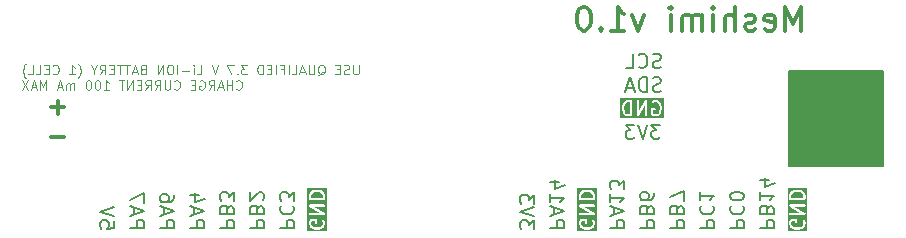
<source format=gbo>
%TF.GenerationSoftware,KiCad,Pcbnew,9.0.1-9.0.1-0~ubuntu24.04.1*%
%TF.CreationDate,2025-04-26T21:29:35+02:00*%
%TF.ProjectId,meshtastic,6d657368-7461-4737-9469-632e6b696361,rev?*%
%TF.SameCoordinates,Original*%
%TF.FileFunction,Legend,Bot*%
%TF.FilePolarity,Positive*%
%FSLAX46Y46*%
G04 Gerber Fmt 4.6, Leading zero omitted, Abs format (unit mm)*
G04 Created by KiCad (PCBNEW 9.0.1-9.0.1-0~ubuntu24.04.1) date 2025-04-26 21:29:35*
%MOMM*%
%LPD*%
G01*
G04 APERTURE LIST*
%ADD10C,0.200000*%
%ADD11C,0.187500*%
%ADD12C,0.300000*%
%ADD13C,0.100000*%
G04 APERTURE END LIST*
D10*
X169342000Y-98157000D02*
X177342000Y-98157000D01*
X177342000Y-106157000D01*
X169342000Y-106157000D01*
X169342000Y-98157000D01*
G36*
X169342000Y-98157000D02*
G01*
X177342000Y-98157000D01*
X177342000Y-106157000D01*
X169342000Y-106157000D01*
X169342000Y-98157000D01*
G37*
D11*
X112214607Y-110828502D02*
X112214607Y-111399930D01*
X112214607Y-111399930D02*
X111643178Y-111457073D01*
X111643178Y-111457073D02*
X111700321Y-111399930D01*
X111700321Y-111399930D02*
X111757464Y-111285645D01*
X111757464Y-111285645D02*
X111757464Y-110999930D01*
X111757464Y-110999930D02*
X111700321Y-110885645D01*
X111700321Y-110885645D02*
X111643178Y-110828502D01*
X111643178Y-110828502D02*
X111528892Y-110771359D01*
X111528892Y-110771359D02*
X111243178Y-110771359D01*
X111243178Y-110771359D02*
X111128892Y-110828502D01*
X111128892Y-110828502D02*
X111071750Y-110885645D01*
X111071750Y-110885645D02*
X111014607Y-110999930D01*
X111014607Y-110999930D02*
X111014607Y-111285645D01*
X111014607Y-111285645D02*
X111071750Y-111399930D01*
X111071750Y-111399930D02*
X111128892Y-111457073D01*
X112214607Y-110428502D02*
X111014607Y-110028502D01*
X111014607Y-110028502D02*
X112214607Y-109628502D01*
X113554607Y-111399930D02*
X114754607Y-111399930D01*
X114754607Y-111399930D02*
X114754607Y-110942787D01*
X114754607Y-110942787D02*
X114697464Y-110828502D01*
X114697464Y-110828502D02*
X114640321Y-110771359D01*
X114640321Y-110771359D02*
X114526035Y-110714216D01*
X114526035Y-110714216D02*
X114354607Y-110714216D01*
X114354607Y-110714216D02*
X114240321Y-110771359D01*
X114240321Y-110771359D02*
X114183178Y-110828502D01*
X114183178Y-110828502D02*
X114126035Y-110942787D01*
X114126035Y-110942787D02*
X114126035Y-111399930D01*
X113897464Y-110257073D02*
X113897464Y-109685645D01*
X113554607Y-110371359D02*
X114754607Y-109971359D01*
X114754607Y-109971359D02*
X113554607Y-109571359D01*
X114754607Y-109285645D02*
X114754607Y-108485645D01*
X114754607Y-108485645D02*
X113554607Y-108999931D01*
X116094607Y-111399930D02*
X117294607Y-111399930D01*
X117294607Y-111399930D02*
X117294607Y-110942787D01*
X117294607Y-110942787D02*
X117237464Y-110828502D01*
X117237464Y-110828502D02*
X117180321Y-110771359D01*
X117180321Y-110771359D02*
X117066035Y-110714216D01*
X117066035Y-110714216D02*
X116894607Y-110714216D01*
X116894607Y-110714216D02*
X116780321Y-110771359D01*
X116780321Y-110771359D02*
X116723178Y-110828502D01*
X116723178Y-110828502D02*
X116666035Y-110942787D01*
X116666035Y-110942787D02*
X116666035Y-111399930D01*
X116437464Y-110257073D02*
X116437464Y-109685645D01*
X116094607Y-110371359D02*
X117294607Y-109971359D01*
X117294607Y-109971359D02*
X116094607Y-109571359D01*
X117294607Y-108657074D02*
X117294607Y-108885645D01*
X117294607Y-108885645D02*
X117237464Y-108999931D01*
X117237464Y-108999931D02*
X117180321Y-109057074D01*
X117180321Y-109057074D02*
X117008892Y-109171359D01*
X117008892Y-109171359D02*
X116780321Y-109228502D01*
X116780321Y-109228502D02*
X116323178Y-109228502D01*
X116323178Y-109228502D02*
X116208892Y-109171359D01*
X116208892Y-109171359D02*
X116151750Y-109114216D01*
X116151750Y-109114216D02*
X116094607Y-108999931D01*
X116094607Y-108999931D02*
X116094607Y-108771359D01*
X116094607Y-108771359D02*
X116151750Y-108657074D01*
X116151750Y-108657074D02*
X116208892Y-108599931D01*
X116208892Y-108599931D02*
X116323178Y-108542788D01*
X116323178Y-108542788D02*
X116608892Y-108542788D01*
X116608892Y-108542788D02*
X116723178Y-108599931D01*
X116723178Y-108599931D02*
X116780321Y-108657074D01*
X116780321Y-108657074D02*
X116837464Y-108771359D01*
X116837464Y-108771359D02*
X116837464Y-108999931D01*
X116837464Y-108999931D02*
X116780321Y-109114216D01*
X116780321Y-109114216D02*
X116723178Y-109171359D01*
X116723178Y-109171359D02*
X116608892Y-109228502D01*
X118634607Y-111399930D02*
X119834607Y-111399930D01*
X119834607Y-111399930D02*
X119834607Y-110942787D01*
X119834607Y-110942787D02*
X119777464Y-110828502D01*
X119777464Y-110828502D02*
X119720321Y-110771359D01*
X119720321Y-110771359D02*
X119606035Y-110714216D01*
X119606035Y-110714216D02*
X119434607Y-110714216D01*
X119434607Y-110714216D02*
X119320321Y-110771359D01*
X119320321Y-110771359D02*
X119263178Y-110828502D01*
X119263178Y-110828502D02*
X119206035Y-110942787D01*
X119206035Y-110942787D02*
X119206035Y-111399930D01*
X118977464Y-110257073D02*
X118977464Y-109685645D01*
X118634607Y-110371359D02*
X119834607Y-109971359D01*
X119834607Y-109971359D02*
X118634607Y-109571359D01*
X119434607Y-108657074D02*
X118634607Y-108657074D01*
X119891750Y-108942788D02*
X119034607Y-109228502D01*
X119034607Y-109228502D02*
X119034607Y-108485645D01*
X121174607Y-111399930D02*
X122374607Y-111399930D01*
X122374607Y-111399930D02*
X122374607Y-110942787D01*
X122374607Y-110942787D02*
X122317464Y-110828502D01*
X122317464Y-110828502D02*
X122260321Y-110771359D01*
X122260321Y-110771359D02*
X122146035Y-110714216D01*
X122146035Y-110714216D02*
X121974607Y-110714216D01*
X121974607Y-110714216D02*
X121860321Y-110771359D01*
X121860321Y-110771359D02*
X121803178Y-110828502D01*
X121803178Y-110828502D02*
X121746035Y-110942787D01*
X121746035Y-110942787D02*
X121746035Y-111399930D01*
X121803178Y-109799930D02*
X121746035Y-109628502D01*
X121746035Y-109628502D02*
X121688892Y-109571359D01*
X121688892Y-109571359D02*
X121574607Y-109514216D01*
X121574607Y-109514216D02*
X121403178Y-109514216D01*
X121403178Y-109514216D02*
X121288892Y-109571359D01*
X121288892Y-109571359D02*
X121231750Y-109628502D01*
X121231750Y-109628502D02*
X121174607Y-109742787D01*
X121174607Y-109742787D02*
X121174607Y-110199930D01*
X121174607Y-110199930D02*
X122374607Y-110199930D01*
X122374607Y-110199930D02*
X122374607Y-109799930D01*
X122374607Y-109799930D02*
X122317464Y-109685645D01*
X122317464Y-109685645D02*
X122260321Y-109628502D01*
X122260321Y-109628502D02*
X122146035Y-109571359D01*
X122146035Y-109571359D02*
X122031750Y-109571359D01*
X122031750Y-109571359D02*
X121917464Y-109628502D01*
X121917464Y-109628502D02*
X121860321Y-109685645D01*
X121860321Y-109685645D02*
X121803178Y-109799930D01*
X121803178Y-109799930D02*
X121803178Y-110199930D01*
X122374607Y-109114216D02*
X122374607Y-108371359D01*
X122374607Y-108371359D02*
X121917464Y-108771359D01*
X121917464Y-108771359D02*
X121917464Y-108599930D01*
X121917464Y-108599930D02*
X121860321Y-108485645D01*
X121860321Y-108485645D02*
X121803178Y-108428502D01*
X121803178Y-108428502D02*
X121688892Y-108371359D01*
X121688892Y-108371359D02*
X121403178Y-108371359D01*
X121403178Y-108371359D02*
X121288892Y-108428502D01*
X121288892Y-108428502D02*
X121231750Y-108485645D01*
X121231750Y-108485645D02*
X121174607Y-108599930D01*
X121174607Y-108599930D02*
X121174607Y-108942787D01*
X121174607Y-108942787D02*
X121231750Y-109057073D01*
X121231750Y-109057073D02*
X121288892Y-109114216D01*
X123714607Y-111399930D02*
X124914607Y-111399930D01*
X124914607Y-111399930D02*
X124914607Y-110942787D01*
X124914607Y-110942787D02*
X124857464Y-110828502D01*
X124857464Y-110828502D02*
X124800321Y-110771359D01*
X124800321Y-110771359D02*
X124686035Y-110714216D01*
X124686035Y-110714216D02*
X124514607Y-110714216D01*
X124514607Y-110714216D02*
X124400321Y-110771359D01*
X124400321Y-110771359D02*
X124343178Y-110828502D01*
X124343178Y-110828502D02*
X124286035Y-110942787D01*
X124286035Y-110942787D02*
X124286035Y-111399930D01*
X124343178Y-109799930D02*
X124286035Y-109628502D01*
X124286035Y-109628502D02*
X124228892Y-109571359D01*
X124228892Y-109571359D02*
X124114607Y-109514216D01*
X124114607Y-109514216D02*
X123943178Y-109514216D01*
X123943178Y-109514216D02*
X123828892Y-109571359D01*
X123828892Y-109571359D02*
X123771750Y-109628502D01*
X123771750Y-109628502D02*
X123714607Y-109742787D01*
X123714607Y-109742787D02*
X123714607Y-110199930D01*
X123714607Y-110199930D02*
X124914607Y-110199930D01*
X124914607Y-110199930D02*
X124914607Y-109799930D01*
X124914607Y-109799930D02*
X124857464Y-109685645D01*
X124857464Y-109685645D02*
X124800321Y-109628502D01*
X124800321Y-109628502D02*
X124686035Y-109571359D01*
X124686035Y-109571359D02*
X124571750Y-109571359D01*
X124571750Y-109571359D02*
X124457464Y-109628502D01*
X124457464Y-109628502D02*
X124400321Y-109685645D01*
X124400321Y-109685645D02*
X124343178Y-109799930D01*
X124343178Y-109799930D02*
X124343178Y-110199930D01*
X124800321Y-109057073D02*
X124857464Y-108999930D01*
X124857464Y-108999930D02*
X124914607Y-108885645D01*
X124914607Y-108885645D02*
X124914607Y-108599930D01*
X124914607Y-108599930D02*
X124857464Y-108485645D01*
X124857464Y-108485645D02*
X124800321Y-108428502D01*
X124800321Y-108428502D02*
X124686035Y-108371359D01*
X124686035Y-108371359D02*
X124571750Y-108371359D01*
X124571750Y-108371359D02*
X124400321Y-108428502D01*
X124400321Y-108428502D02*
X123714607Y-109114216D01*
X123714607Y-109114216D02*
X123714607Y-108371359D01*
X126254607Y-111399930D02*
X127454607Y-111399930D01*
X127454607Y-111399930D02*
X127454607Y-110942787D01*
X127454607Y-110942787D02*
X127397464Y-110828502D01*
X127397464Y-110828502D02*
X127340321Y-110771359D01*
X127340321Y-110771359D02*
X127226035Y-110714216D01*
X127226035Y-110714216D02*
X127054607Y-110714216D01*
X127054607Y-110714216D02*
X126940321Y-110771359D01*
X126940321Y-110771359D02*
X126883178Y-110828502D01*
X126883178Y-110828502D02*
X126826035Y-110942787D01*
X126826035Y-110942787D02*
X126826035Y-111399930D01*
X126368892Y-109514216D02*
X126311750Y-109571359D01*
X126311750Y-109571359D02*
X126254607Y-109742787D01*
X126254607Y-109742787D02*
X126254607Y-109857073D01*
X126254607Y-109857073D02*
X126311750Y-110028502D01*
X126311750Y-110028502D02*
X126426035Y-110142787D01*
X126426035Y-110142787D02*
X126540321Y-110199930D01*
X126540321Y-110199930D02*
X126768892Y-110257073D01*
X126768892Y-110257073D02*
X126940321Y-110257073D01*
X126940321Y-110257073D02*
X127168892Y-110199930D01*
X127168892Y-110199930D02*
X127283178Y-110142787D01*
X127283178Y-110142787D02*
X127397464Y-110028502D01*
X127397464Y-110028502D02*
X127454607Y-109857073D01*
X127454607Y-109857073D02*
X127454607Y-109742787D01*
X127454607Y-109742787D02*
X127397464Y-109571359D01*
X127397464Y-109571359D02*
X127340321Y-109514216D01*
X127454607Y-109114216D02*
X127454607Y-108371359D01*
X127454607Y-108371359D02*
X126997464Y-108771359D01*
X126997464Y-108771359D02*
X126997464Y-108599930D01*
X126997464Y-108599930D02*
X126940321Y-108485645D01*
X126940321Y-108485645D02*
X126883178Y-108428502D01*
X126883178Y-108428502D02*
X126768892Y-108371359D01*
X126768892Y-108371359D02*
X126483178Y-108371359D01*
X126483178Y-108371359D02*
X126368892Y-108428502D01*
X126368892Y-108428502D02*
X126311750Y-108485645D01*
X126311750Y-108485645D02*
X126254607Y-108599930D01*
X126254607Y-108599930D02*
X126254607Y-108942787D01*
X126254607Y-108942787D02*
X126311750Y-109057073D01*
X126311750Y-109057073D02*
X126368892Y-109114216D01*
G36*
X129676169Y-108402670D02*
G01*
X129767644Y-108448408D01*
X129855523Y-108536285D01*
X129900857Y-108672286D01*
X129900857Y-108849037D01*
X128888357Y-108849037D01*
X128888357Y-108672286D01*
X128933690Y-108536285D01*
X129021568Y-108448407D01*
X129113041Y-108402671D01*
X129320434Y-108350823D01*
X129468779Y-108350823D01*
X129676169Y-108402670D01*
G37*
G36*
X130221690Y-111684156D02*
G01*
X128567524Y-111684156D01*
X128567524Y-110942787D01*
X128700857Y-110942787D01*
X128700857Y-111057073D01*
X128701768Y-111066329D01*
X128701593Y-111068798D01*
X128702331Y-111072044D01*
X128702658Y-111075363D01*
X128703606Y-111077652D01*
X128705668Y-111086719D01*
X128762811Y-111258148D01*
X128770303Y-111274930D01*
X128772509Y-111277474D01*
X128773799Y-111280587D01*
X128785459Y-111294793D01*
X128899743Y-111409078D01*
X128906932Y-111414977D01*
X128908555Y-111416849D01*
X128911376Y-111418625D01*
X128913950Y-111420737D01*
X128916235Y-111421683D01*
X128924109Y-111426640D01*
X129038395Y-111483783D01*
X129039731Y-111484294D01*
X129040276Y-111484698D01*
X129047967Y-111487445D01*
X129055560Y-111490351D01*
X129056233Y-111490398D01*
X129057583Y-111490881D01*
X129286155Y-111548024D01*
X129289324Y-111548492D01*
X129290602Y-111549022D01*
X129297483Y-111549699D01*
X129304335Y-111550713D01*
X129305704Y-111550509D01*
X129308892Y-111550823D01*
X129480321Y-111550823D01*
X129483508Y-111550509D01*
X129484878Y-111550713D01*
X129491730Y-111549699D01*
X129498611Y-111549022D01*
X129499888Y-111548492D01*
X129503059Y-111548024D01*
X129731630Y-111490881D01*
X129732979Y-111490398D01*
X129733654Y-111490351D01*
X129741253Y-111487442D01*
X129748937Y-111484698D01*
X129749481Y-111484294D01*
X129750818Y-111483783D01*
X129865105Y-111426639D01*
X129872974Y-111421685D01*
X129875262Y-111420738D01*
X129877837Y-111418624D01*
X129880658Y-111416849D01*
X129882280Y-111414978D01*
X129889469Y-111409079D01*
X130003755Y-111294794D01*
X130015414Y-111280587D01*
X130016702Y-111277476D01*
X130018911Y-111274930D01*
X130026403Y-111258148D01*
X130083546Y-111086719D01*
X130085607Y-111077652D01*
X130086556Y-111075363D01*
X130086882Y-111072044D01*
X130087621Y-111068798D01*
X130087445Y-111066329D01*
X130088357Y-111057073D01*
X130088357Y-110885645D01*
X130086556Y-110867355D01*
X130085266Y-110864242D01*
X130085028Y-110860884D01*
X130078460Y-110843719D01*
X130021317Y-110729433D01*
X130011526Y-110713879D01*
X129983891Y-110689912D01*
X129949190Y-110678345D01*
X129912702Y-110680938D01*
X129879984Y-110697297D01*
X129856017Y-110724932D01*
X129844450Y-110759633D01*
X129847043Y-110796121D01*
X129853611Y-110813285D01*
X129900857Y-110907776D01*
X129900857Y-111041860D01*
X129855523Y-111177860D01*
X129767644Y-111265737D01*
X129676169Y-111311475D01*
X129468779Y-111363323D01*
X129320434Y-111363323D01*
X129113041Y-111311474D01*
X129021568Y-111265738D01*
X128933690Y-111177860D01*
X128888357Y-111041860D01*
X128888357Y-110958001D01*
X128933690Y-110822000D01*
X128947725Y-110807966D01*
X129215142Y-110807966D01*
X129215142Y-110942787D01*
X129216943Y-110961077D01*
X129230942Y-110994872D01*
X129256807Y-111020737D01*
X129290602Y-111034736D01*
X129327182Y-111034736D01*
X129360977Y-111020737D01*
X129386842Y-110994872D01*
X129400841Y-110961077D01*
X129402642Y-110942787D01*
X129402642Y-110714216D01*
X129400841Y-110695926D01*
X129386842Y-110662131D01*
X129360977Y-110636266D01*
X129327182Y-110622267D01*
X129308892Y-110620466D01*
X128908892Y-110620466D01*
X128890602Y-110622267D01*
X128856807Y-110636265D01*
X128842600Y-110647925D01*
X128785458Y-110705068D01*
X128773799Y-110719275D01*
X128772510Y-110722385D01*
X128770303Y-110724931D01*
X128762811Y-110741713D01*
X128705668Y-110913140D01*
X128703605Y-110922208D01*
X128702658Y-110924497D01*
X128702331Y-110927813D01*
X128701593Y-110931061D01*
X128701768Y-110933530D01*
X128700857Y-110942787D01*
X128567524Y-110942787D01*
X128567524Y-109520764D01*
X128701086Y-109520764D01*
X128702658Y-109526527D01*
X128702658Y-109532506D01*
X128707431Y-109544029D01*
X128710711Y-109556054D01*
X128714369Y-109560778D01*
X128716657Y-109566301D01*
X128725471Y-109575115D01*
X128733107Y-109584976D01*
X128740774Y-109590418D01*
X128742522Y-109592166D01*
X128744237Y-109592876D01*
X128748094Y-109595614D01*
X129641585Y-110106180D01*
X128794607Y-110106180D01*
X128776317Y-110107981D01*
X128742522Y-110121980D01*
X128716657Y-110147845D01*
X128702658Y-110181640D01*
X128702658Y-110218220D01*
X128716657Y-110252015D01*
X128742522Y-110277880D01*
X128776317Y-110291879D01*
X128794607Y-110293680D01*
X129994607Y-110293680D01*
X129999311Y-110293216D01*
X130001155Y-110293451D01*
X130003540Y-110292800D01*
X130012897Y-110291879D01*
X130024420Y-110287105D01*
X130036445Y-110283826D01*
X130041169Y-110280167D01*
X130046692Y-110277880D01*
X130055506Y-110269065D01*
X130065367Y-110261430D01*
X130068333Y-110256238D01*
X130072557Y-110252015D01*
X130077328Y-110240495D01*
X130083515Y-110229669D01*
X130084268Y-110223742D01*
X130086556Y-110218220D01*
X130086556Y-110205747D01*
X130088128Y-110193381D01*
X130086556Y-110187617D01*
X130086556Y-110181640D01*
X130081782Y-110170116D01*
X130078503Y-110158092D01*
X130074844Y-110153368D01*
X130072557Y-110147845D01*
X130063739Y-110139027D01*
X130056106Y-110129170D01*
X130048440Y-110123728D01*
X130046692Y-110121980D01*
X130044975Y-110121269D01*
X130041120Y-110118532D01*
X129147629Y-109607966D01*
X129994607Y-109607966D01*
X130012897Y-109606165D01*
X130046692Y-109592166D01*
X130072557Y-109566301D01*
X130086556Y-109532506D01*
X130086556Y-109495926D01*
X130072557Y-109462131D01*
X130046692Y-109436266D01*
X130012897Y-109422267D01*
X129994607Y-109420466D01*
X128794607Y-109420466D01*
X128789902Y-109420929D01*
X128788059Y-109420695D01*
X128785673Y-109421345D01*
X128776317Y-109422267D01*
X128764793Y-109427040D01*
X128752769Y-109430320D01*
X128748044Y-109433978D01*
X128742522Y-109436266D01*
X128733707Y-109445080D01*
X128723847Y-109452716D01*
X128720880Y-109457907D01*
X128716657Y-109462131D01*
X128711885Y-109473650D01*
X128705699Y-109484477D01*
X128704945Y-109490403D01*
X128702658Y-109495926D01*
X128702658Y-109508398D01*
X128701086Y-109520764D01*
X128567524Y-109520764D01*
X128567524Y-108657073D01*
X128700857Y-108657073D01*
X128700857Y-108942787D01*
X128702658Y-108961077D01*
X128716657Y-108994872D01*
X128742522Y-109020737D01*
X128776317Y-109034736D01*
X128794607Y-109036537D01*
X129994607Y-109036537D01*
X130012897Y-109034736D01*
X130046692Y-109020737D01*
X130072557Y-108994872D01*
X130086556Y-108961077D01*
X130088357Y-108942787D01*
X130088357Y-108657073D01*
X130087445Y-108647816D01*
X130087621Y-108645348D01*
X130086882Y-108642101D01*
X130086556Y-108638783D01*
X130085607Y-108636493D01*
X130083546Y-108627427D01*
X130026403Y-108455998D01*
X130018911Y-108439216D01*
X130016702Y-108436669D01*
X130015414Y-108433559D01*
X130003755Y-108419352D01*
X129889469Y-108305067D01*
X129882280Y-108299167D01*
X129880658Y-108297297D01*
X129877837Y-108295521D01*
X129875262Y-108293408D01*
X129872974Y-108292460D01*
X129865105Y-108287507D01*
X129750818Y-108230363D01*
X129749481Y-108229851D01*
X129748937Y-108229448D01*
X129741253Y-108226703D01*
X129733654Y-108223795D01*
X129732979Y-108223747D01*
X129731630Y-108223265D01*
X129503059Y-108166122D01*
X129499888Y-108165653D01*
X129498611Y-108165124D01*
X129491730Y-108164446D01*
X129484878Y-108163433D01*
X129483508Y-108163636D01*
X129480321Y-108163323D01*
X129308892Y-108163323D01*
X129305704Y-108163636D01*
X129304335Y-108163433D01*
X129297483Y-108164446D01*
X129290602Y-108165124D01*
X129289324Y-108165653D01*
X129286155Y-108166122D01*
X129057583Y-108223265D01*
X129056233Y-108223747D01*
X129055560Y-108223795D01*
X129047967Y-108226700D01*
X129040276Y-108229448D01*
X129039731Y-108229851D01*
X129038395Y-108230363D01*
X128924109Y-108287506D01*
X128916235Y-108292462D01*
X128913950Y-108293409D01*
X128911376Y-108295520D01*
X128908555Y-108297297D01*
X128906932Y-108299168D01*
X128899743Y-108305068D01*
X128785459Y-108419353D01*
X128773799Y-108433559D01*
X128772509Y-108436671D01*
X128770303Y-108439216D01*
X128762811Y-108455998D01*
X128705668Y-108627427D01*
X128703606Y-108636493D01*
X128702658Y-108638783D01*
X128702331Y-108642101D01*
X128701593Y-108645348D01*
X128701768Y-108647816D01*
X128700857Y-108657073D01*
X128567524Y-108657073D01*
X128567524Y-108029990D01*
X130221690Y-108029990D01*
X130221690Y-111684156D01*
G37*
X147774607Y-111514216D02*
X147774607Y-110771359D01*
X147774607Y-110771359D02*
X147317464Y-111171359D01*
X147317464Y-111171359D02*
X147317464Y-110999930D01*
X147317464Y-110999930D02*
X147260321Y-110885645D01*
X147260321Y-110885645D02*
X147203178Y-110828502D01*
X147203178Y-110828502D02*
X147088892Y-110771359D01*
X147088892Y-110771359D02*
X146803178Y-110771359D01*
X146803178Y-110771359D02*
X146688892Y-110828502D01*
X146688892Y-110828502D02*
X146631750Y-110885645D01*
X146631750Y-110885645D02*
X146574607Y-110999930D01*
X146574607Y-110999930D02*
X146574607Y-111342787D01*
X146574607Y-111342787D02*
X146631750Y-111457073D01*
X146631750Y-111457073D02*
X146688892Y-111514216D01*
X147774607Y-110428502D02*
X146574607Y-110028502D01*
X146574607Y-110028502D02*
X147774607Y-109628502D01*
X147774607Y-109342788D02*
X147774607Y-108599931D01*
X147774607Y-108599931D02*
X147317464Y-108999931D01*
X147317464Y-108999931D02*
X147317464Y-108828502D01*
X147317464Y-108828502D02*
X147260321Y-108714217D01*
X147260321Y-108714217D02*
X147203178Y-108657074D01*
X147203178Y-108657074D02*
X147088892Y-108599931D01*
X147088892Y-108599931D02*
X146803178Y-108599931D01*
X146803178Y-108599931D02*
X146688892Y-108657074D01*
X146688892Y-108657074D02*
X146631750Y-108714217D01*
X146631750Y-108714217D02*
X146574607Y-108828502D01*
X146574607Y-108828502D02*
X146574607Y-109171359D01*
X146574607Y-109171359D02*
X146631750Y-109285645D01*
X146631750Y-109285645D02*
X146688892Y-109342788D01*
X149114607Y-111399930D02*
X150314607Y-111399930D01*
X150314607Y-111399930D02*
X150314607Y-110942787D01*
X150314607Y-110942787D02*
X150257464Y-110828502D01*
X150257464Y-110828502D02*
X150200321Y-110771359D01*
X150200321Y-110771359D02*
X150086035Y-110714216D01*
X150086035Y-110714216D02*
X149914607Y-110714216D01*
X149914607Y-110714216D02*
X149800321Y-110771359D01*
X149800321Y-110771359D02*
X149743178Y-110828502D01*
X149743178Y-110828502D02*
X149686035Y-110942787D01*
X149686035Y-110942787D02*
X149686035Y-111399930D01*
X149457464Y-110257073D02*
X149457464Y-109685645D01*
X149114607Y-110371359D02*
X150314607Y-109971359D01*
X150314607Y-109971359D02*
X149114607Y-109571359D01*
X149114607Y-108542788D02*
X149114607Y-109228502D01*
X149114607Y-108885645D02*
X150314607Y-108885645D01*
X150314607Y-108885645D02*
X150143178Y-108999931D01*
X150143178Y-108999931D02*
X150028892Y-109114216D01*
X150028892Y-109114216D02*
X149971750Y-109228502D01*
X149914607Y-107514217D02*
X149114607Y-107514217D01*
X150371750Y-107799931D02*
X149514607Y-108085645D01*
X149514607Y-108085645D02*
X149514607Y-107342788D01*
G36*
X152536169Y-108402670D02*
G01*
X152627644Y-108448408D01*
X152715523Y-108536285D01*
X152760857Y-108672286D01*
X152760857Y-108849037D01*
X151748357Y-108849037D01*
X151748357Y-108672286D01*
X151793690Y-108536285D01*
X151881568Y-108448407D01*
X151973041Y-108402671D01*
X152180434Y-108350823D01*
X152328779Y-108350823D01*
X152536169Y-108402670D01*
G37*
G36*
X153081690Y-111684156D02*
G01*
X151427524Y-111684156D01*
X151427524Y-110942787D01*
X151560857Y-110942787D01*
X151560857Y-111057073D01*
X151561768Y-111066329D01*
X151561593Y-111068798D01*
X151562331Y-111072044D01*
X151562658Y-111075363D01*
X151563606Y-111077652D01*
X151565668Y-111086719D01*
X151622811Y-111258148D01*
X151630303Y-111274930D01*
X151632509Y-111277474D01*
X151633799Y-111280587D01*
X151645459Y-111294793D01*
X151759743Y-111409078D01*
X151766932Y-111414977D01*
X151768555Y-111416849D01*
X151771376Y-111418625D01*
X151773950Y-111420737D01*
X151776235Y-111421683D01*
X151784109Y-111426640D01*
X151898395Y-111483783D01*
X151899731Y-111484294D01*
X151900276Y-111484698D01*
X151907967Y-111487445D01*
X151915560Y-111490351D01*
X151916233Y-111490398D01*
X151917583Y-111490881D01*
X152146155Y-111548024D01*
X152149324Y-111548492D01*
X152150602Y-111549022D01*
X152157483Y-111549699D01*
X152164335Y-111550713D01*
X152165704Y-111550509D01*
X152168892Y-111550823D01*
X152340321Y-111550823D01*
X152343508Y-111550509D01*
X152344878Y-111550713D01*
X152351730Y-111549699D01*
X152358611Y-111549022D01*
X152359888Y-111548492D01*
X152363059Y-111548024D01*
X152591630Y-111490881D01*
X152592979Y-111490398D01*
X152593654Y-111490351D01*
X152601253Y-111487442D01*
X152608937Y-111484698D01*
X152609481Y-111484294D01*
X152610818Y-111483783D01*
X152725105Y-111426639D01*
X152732974Y-111421685D01*
X152735262Y-111420738D01*
X152737837Y-111418624D01*
X152740658Y-111416849D01*
X152742280Y-111414978D01*
X152749469Y-111409079D01*
X152863755Y-111294794D01*
X152875414Y-111280587D01*
X152876702Y-111277476D01*
X152878911Y-111274930D01*
X152886403Y-111258148D01*
X152943546Y-111086719D01*
X152945607Y-111077652D01*
X152946556Y-111075363D01*
X152946882Y-111072044D01*
X152947621Y-111068798D01*
X152947445Y-111066329D01*
X152948357Y-111057073D01*
X152948357Y-110885645D01*
X152946556Y-110867355D01*
X152945266Y-110864242D01*
X152945028Y-110860884D01*
X152938460Y-110843719D01*
X152881317Y-110729433D01*
X152871526Y-110713879D01*
X152843891Y-110689912D01*
X152809190Y-110678345D01*
X152772702Y-110680938D01*
X152739984Y-110697297D01*
X152716017Y-110724932D01*
X152704450Y-110759633D01*
X152707043Y-110796121D01*
X152713611Y-110813285D01*
X152760857Y-110907776D01*
X152760857Y-111041860D01*
X152715523Y-111177860D01*
X152627644Y-111265737D01*
X152536169Y-111311475D01*
X152328779Y-111363323D01*
X152180434Y-111363323D01*
X151973041Y-111311474D01*
X151881568Y-111265738D01*
X151793690Y-111177860D01*
X151748357Y-111041860D01*
X151748357Y-110958001D01*
X151793690Y-110822000D01*
X151807725Y-110807966D01*
X152075142Y-110807966D01*
X152075142Y-110942787D01*
X152076943Y-110961077D01*
X152090942Y-110994872D01*
X152116807Y-111020737D01*
X152150602Y-111034736D01*
X152187182Y-111034736D01*
X152220977Y-111020737D01*
X152246842Y-110994872D01*
X152260841Y-110961077D01*
X152262642Y-110942787D01*
X152262642Y-110714216D01*
X152260841Y-110695926D01*
X152246842Y-110662131D01*
X152220977Y-110636266D01*
X152187182Y-110622267D01*
X152168892Y-110620466D01*
X151768892Y-110620466D01*
X151750602Y-110622267D01*
X151716807Y-110636265D01*
X151702600Y-110647925D01*
X151645458Y-110705068D01*
X151633799Y-110719275D01*
X151632510Y-110722385D01*
X151630303Y-110724931D01*
X151622811Y-110741713D01*
X151565668Y-110913140D01*
X151563605Y-110922208D01*
X151562658Y-110924497D01*
X151562331Y-110927813D01*
X151561593Y-110931061D01*
X151561768Y-110933530D01*
X151560857Y-110942787D01*
X151427524Y-110942787D01*
X151427524Y-109520764D01*
X151561086Y-109520764D01*
X151562658Y-109526527D01*
X151562658Y-109532506D01*
X151567431Y-109544029D01*
X151570711Y-109556054D01*
X151574369Y-109560778D01*
X151576657Y-109566301D01*
X151585471Y-109575115D01*
X151593107Y-109584976D01*
X151600774Y-109590418D01*
X151602522Y-109592166D01*
X151604237Y-109592876D01*
X151608094Y-109595614D01*
X152501585Y-110106180D01*
X151654607Y-110106180D01*
X151636317Y-110107981D01*
X151602522Y-110121980D01*
X151576657Y-110147845D01*
X151562658Y-110181640D01*
X151562658Y-110218220D01*
X151576657Y-110252015D01*
X151602522Y-110277880D01*
X151636317Y-110291879D01*
X151654607Y-110293680D01*
X152854607Y-110293680D01*
X152859311Y-110293216D01*
X152861155Y-110293451D01*
X152863540Y-110292800D01*
X152872897Y-110291879D01*
X152884420Y-110287105D01*
X152896445Y-110283826D01*
X152901169Y-110280167D01*
X152906692Y-110277880D01*
X152915506Y-110269065D01*
X152925367Y-110261430D01*
X152928333Y-110256238D01*
X152932557Y-110252015D01*
X152937328Y-110240495D01*
X152943515Y-110229669D01*
X152944268Y-110223742D01*
X152946556Y-110218220D01*
X152946556Y-110205747D01*
X152948128Y-110193381D01*
X152946556Y-110187617D01*
X152946556Y-110181640D01*
X152941782Y-110170116D01*
X152938503Y-110158092D01*
X152934844Y-110153368D01*
X152932557Y-110147845D01*
X152923739Y-110139027D01*
X152916106Y-110129170D01*
X152908440Y-110123728D01*
X152906692Y-110121980D01*
X152904975Y-110121269D01*
X152901120Y-110118532D01*
X152007629Y-109607966D01*
X152854607Y-109607966D01*
X152872897Y-109606165D01*
X152906692Y-109592166D01*
X152932557Y-109566301D01*
X152946556Y-109532506D01*
X152946556Y-109495926D01*
X152932557Y-109462131D01*
X152906692Y-109436266D01*
X152872897Y-109422267D01*
X152854607Y-109420466D01*
X151654607Y-109420466D01*
X151649902Y-109420929D01*
X151648059Y-109420695D01*
X151645673Y-109421345D01*
X151636317Y-109422267D01*
X151624793Y-109427040D01*
X151612769Y-109430320D01*
X151608044Y-109433978D01*
X151602522Y-109436266D01*
X151593707Y-109445080D01*
X151583847Y-109452716D01*
X151580880Y-109457907D01*
X151576657Y-109462131D01*
X151571885Y-109473650D01*
X151565699Y-109484477D01*
X151564945Y-109490403D01*
X151562658Y-109495926D01*
X151562658Y-109508398D01*
X151561086Y-109520764D01*
X151427524Y-109520764D01*
X151427524Y-108657073D01*
X151560857Y-108657073D01*
X151560857Y-108942787D01*
X151562658Y-108961077D01*
X151576657Y-108994872D01*
X151602522Y-109020737D01*
X151636317Y-109034736D01*
X151654607Y-109036537D01*
X152854607Y-109036537D01*
X152872897Y-109034736D01*
X152906692Y-109020737D01*
X152932557Y-108994872D01*
X152946556Y-108961077D01*
X152948357Y-108942787D01*
X152948357Y-108657073D01*
X152947445Y-108647816D01*
X152947621Y-108645348D01*
X152946882Y-108642101D01*
X152946556Y-108638783D01*
X152945607Y-108636493D01*
X152943546Y-108627427D01*
X152886403Y-108455998D01*
X152878911Y-108439216D01*
X152876702Y-108436669D01*
X152875414Y-108433559D01*
X152863755Y-108419352D01*
X152749469Y-108305067D01*
X152742280Y-108299167D01*
X152740658Y-108297297D01*
X152737837Y-108295521D01*
X152735262Y-108293408D01*
X152732974Y-108292460D01*
X152725105Y-108287507D01*
X152610818Y-108230363D01*
X152609481Y-108229851D01*
X152608937Y-108229448D01*
X152601253Y-108226703D01*
X152593654Y-108223795D01*
X152592979Y-108223747D01*
X152591630Y-108223265D01*
X152363059Y-108166122D01*
X152359888Y-108165653D01*
X152358611Y-108165124D01*
X152351730Y-108164446D01*
X152344878Y-108163433D01*
X152343508Y-108163636D01*
X152340321Y-108163323D01*
X152168892Y-108163323D01*
X152165704Y-108163636D01*
X152164335Y-108163433D01*
X152157483Y-108164446D01*
X152150602Y-108165124D01*
X152149324Y-108165653D01*
X152146155Y-108166122D01*
X151917583Y-108223265D01*
X151916233Y-108223747D01*
X151915560Y-108223795D01*
X151907967Y-108226700D01*
X151900276Y-108229448D01*
X151899731Y-108229851D01*
X151898395Y-108230363D01*
X151784109Y-108287506D01*
X151776235Y-108292462D01*
X151773950Y-108293409D01*
X151771376Y-108295520D01*
X151768555Y-108297297D01*
X151766932Y-108299168D01*
X151759743Y-108305068D01*
X151645459Y-108419353D01*
X151633799Y-108433559D01*
X151632509Y-108436671D01*
X151630303Y-108439216D01*
X151622811Y-108455998D01*
X151565668Y-108627427D01*
X151563606Y-108636493D01*
X151562658Y-108638783D01*
X151562331Y-108642101D01*
X151561593Y-108645348D01*
X151561768Y-108647816D01*
X151560857Y-108657073D01*
X151427524Y-108657073D01*
X151427524Y-108029990D01*
X153081690Y-108029990D01*
X153081690Y-111684156D01*
G37*
X154194607Y-111399930D02*
X155394607Y-111399930D01*
X155394607Y-111399930D02*
X155394607Y-110942787D01*
X155394607Y-110942787D02*
X155337464Y-110828502D01*
X155337464Y-110828502D02*
X155280321Y-110771359D01*
X155280321Y-110771359D02*
X155166035Y-110714216D01*
X155166035Y-110714216D02*
X154994607Y-110714216D01*
X154994607Y-110714216D02*
X154880321Y-110771359D01*
X154880321Y-110771359D02*
X154823178Y-110828502D01*
X154823178Y-110828502D02*
X154766035Y-110942787D01*
X154766035Y-110942787D02*
X154766035Y-111399930D01*
X154537464Y-110257073D02*
X154537464Y-109685645D01*
X154194607Y-110371359D02*
X155394607Y-109971359D01*
X155394607Y-109971359D02*
X154194607Y-109571359D01*
X154194607Y-108542788D02*
X154194607Y-109228502D01*
X154194607Y-108885645D02*
X155394607Y-108885645D01*
X155394607Y-108885645D02*
X155223178Y-108999931D01*
X155223178Y-108999931D02*
X155108892Y-109114216D01*
X155108892Y-109114216D02*
X155051750Y-109228502D01*
X155394607Y-108142788D02*
X155394607Y-107399931D01*
X155394607Y-107399931D02*
X154937464Y-107799931D01*
X154937464Y-107799931D02*
X154937464Y-107628502D01*
X154937464Y-107628502D02*
X154880321Y-107514217D01*
X154880321Y-107514217D02*
X154823178Y-107457074D01*
X154823178Y-107457074D02*
X154708892Y-107399931D01*
X154708892Y-107399931D02*
X154423178Y-107399931D01*
X154423178Y-107399931D02*
X154308892Y-107457074D01*
X154308892Y-107457074D02*
X154251750Y-107514217D01*
X154251750Y-107514217D02*
X154194607Y-107628502D01*
X154194607Y-107628502D02*
X154194607Y-107971359D01*
X154194607Y-107971359D02*
X154251750Y-108085645D01*
X154251750Y-108085645D02*
X154308892Y-108142788D01*
X156734607Y-111399930D02*
X157934607Y-111399930D01*
X157934607Y-111399930D02*
X157934607Y-110942787D01*
X157934607Y-110942787D02*
X157877464Y-110828502D01*
X157877464Y-110828502D02*
X157820321Y-110771359D01*
X157820321Y-110771359D02*
X157706035Y-110714216D01*
X157706035Y-110714216D02*
X157534607Y-110714216D01*
X157534607Y-110714216D02*
X157420321Y-110771359D01*
X157420321Y-110771359D02*
X157363178Y-110828502D01*
X157363178Y-110828502D02*
X157306035Y-110942787D01*
X157306035Y-110942787D02*
X157306035Y-111399930D01*
X157363178Y-109799930D02*
X157306035Y-109628502D01*
X157306035Y-109628502D02*
X157248892Y-109571359D01*
X157248892Y-109571359D02*
X157134607Y-109514216D01*
X157134607Y-109514216D02*
X156963178Y-109514216D01*
X156963178Y-109514216D02*
X156848892Y-109571359D01*
X156848892Y-109571359D02*
X156791750Y-109628502D01*
X156791750Y-109628502D02*
X156734607Y-109742787D01*
X156734607Y-109742787D02*
X156734607Y-110199930D01*
X156734607Y-110199930D02*
X157934607Y-110199930D01*
X157934607Y-110199930D02*
X157934607Y-109799930D01*
X157934607Y-109799930D02*
X157877464Y-109685645D01*
X157877464Y-109685645D02*
X157820321Y-109628502D01*
X157820321Y-109628502D02*
X157706035Y-109571359D01*
X157706035Y-109571359D02*
X157591750Y-109571359D01*
X157591750Y-109571359D02*
X157477464Y-109628502D01*
X157477464Y-109628502D02*
X157420321Y-109685645D01*
X157420321Y-109685645D02*
X157363178Y-109799930D01*
X157363178Y-109799930D02*
X157363178Y-110199930D01*
X157934607Y-108485645D02*
X157934607Y-108714216D01*
X157934607Y-108714216D02*
X157877464Y-108828502D01*
X157877464Y-108828502D02*
X157820321Y-108885645D01*
X157820321Y-108885645D02*
X157648892Y-108999930D01*
X157648892Y-108999930D02*
X157420321Y-109057073D01*
X157420321Y-109057073D02*
X156963178Y-109057073D01*
X156963178Y-109057073D02*
X156848892Y-108999930D01*
X156848892Y-108999930D02*
X156791750Y-108942787D01*
X156791750Y-108942787D02*
X156734607Y-108828502D01*
X156734607Y-108828502D02*
X156734607Y-108599930D01*
X156734607Y-108599930D02*
X156791750Y-108485645D01*
X156791750Y-108485645D02*
X156848892Y-108428502D01*
X156848892Y-108428502D02*
X156963178Y-108371359D01*
X156963178Y-108371359D02*
X157248892Y-108371359D01*
X157248892Y-108371359D02*
X157363178Y-108428502D01*
X157363178Y-108428502D02*
X157420321Y-108485645D01*
X157420321Y-108485645D02*
X157477464Y-108599930D01*
X157477464Y-108599930D02*
X157477464Y-108828502D01*
X157477464Y-108828502D02*
X157420321Y-108942787D01*
X157420321Y-108942787D02*
X157363178Y-108999930D01*
X157363178Y-108999930D02*
X157248892Y-109057073D01*
X159274607Y-111399930D02*
X160474607Y-111399930D01*
X160474607Y-111399930D02*
X160474607Y-110942787D01*
X160474607Y-110942787D02*
X160417464Y-110828502D01*
X160417464Y-110828502D02*
X160360321Y-110771359D01*
X160360321Y-110771359D02*
X160246035Y-110714216D01*
X160246035Y-110714216D02*
X160074607Y-110714216D01*
X160074607Y-110714216D02*
X159960321Y-110771359D01*
X159960321Y-110771359D02*
X159903178Y-110828502D01*
X159903178Y-110828502D02*
X159846035Y-110942787D01*
X159846035Y-110942787D02*
X159846035Y-111399930D01*
X159903178Y-109799930D02*
X159846035Y-109628502D01*
X159846035Y-109628502D02*
X159788892Y-109571359D01*
X159788892Y-109571359D02*
X159674607Y-109514216D01*
X159674607Y-109514216D02*
X159503178Y-109514216D01*
X159503178Y-109514216D02*
X159388892Y-109571359D01*
X159388892Y-109571359D02*
X159331750Y-109628502D01*
X159331750Y-109628502D02*
X159274607Y-109742787D01*
X159274607Y-109742787D02*
X159274607Y-110199930D01*
X159274607Y-110199930D02*
X160474607Y-110199930D01*
X160474607Y-110199930D02*
X160474607Y-109799930D01*
X160474607Y-109799930D02*
X160417464Y-109685645D01*
X160417464Y-109685645D02*
X160360321Y-109628502D01*
X160360321Y-109628502D02*
X160246035Y-109571359D01*
X160246035Y-109571359D02*
X160131750Y-109571359D01*
X160131750Y-109571359D02*
X160017464Y-109628502D01*
X160017464Y-109628502D02*
X159960321Y-109685645D01*
X159960321Y-109685645D02*
X159903178Y-109799930D01*
X159903178Y-109799930D02*
X159903178Y-110199930D01*
X160474607Y-109114216D02*
X160474607Y-108314216D01*
X160474607Y-108314216D02*
X159274607Y-108828502D01*
X161814607Y-111399930D02*
X163014607Y-111399930D01*
X163014607Y-111399930D02*
X163014607Y-110942787D01*
X163014607Y-110942787D02*
X162957464Y-110828502D01*
X162957464Y-110828502D02*
X162900321Y-110771359D01*
X162900321Y-110771359D02*
X162786035Y-110714216D01*
X162786035Y-110714216D02*
X162614607Y-110714216D01*
X162614607Y-110714216D02*
X162500321Y-110771359D01*
X162500321Y-110771359D02*
X162443178Y-110828502D01*
X162443178Y-110828502D02*
X162386035Y-110942787D01*
X162386035Y-110942787D02*
X162386035Y-111399930D01*
X161928892Y-109514216D02*
X161871750Y-109571359D01*
X161871750Y-109571359D02*
X161814607Y-109742787D01*
X161814607Y-109742787D02*
X161814607Y-109857073D01*
X161814607Y-109857073D02*
X161871750Y-110028502D01*
X161871750Y-110028502D02*
X161986035Y-110142787D01*
X161986035Y-110142787D02*
X162100321Y-110199930D01*
X162100321Y-110199930D02*
X162328892Y-110257073D01*
X162328892Y-110257073D02*
X162500321Y-110257073D01*
X162500321Y-110257073D02*
X162728892Y-110199930D01*
X162728892Y-110199930D02*
X162843178Y-110142787D01*
X162843178Y-110142787D02*
X162957464Y-110028502D01*
X162957464Y-110028502D02*
X163014607Y-109857073D01*
X163014607Y-109857073D02*
X163014607Y-109742787D01*
X163014607Y-109742787D02*
X162957464Y-109571359D01*
X162957464Y-109571359D02*
X162900321Y-109514216D01*
X161814607Y-108371359D02*
X161814607Y-109057073D01*
X161814607Y-108714216D02*
X163014607Y-108714216D01*
X163014607Y-108714216D02*
X162843178Y-108828502D01*
X162843178Y-108828502D02*
X162728892Y-108942787D01*
X162728892Y-108942787D02*
X162671750Y-109057073D01*
X164354607Y-111399930D02*
X165554607Y-111399930D01*
X165554607Y-111399930D02*
X165554607Y-110942787D01*
X165554607Y-110942787D02*
X165497464Y-110828502D01*
X165497464Y-110828502D02*
X165440321Y-110771359D01*
X165440321Y-110771359D02*
X165326035Y-110714216D01*
X165326035Y-110714216D02*
X165154607Y-110714216D01*
X165154607Y-110714216D02*
X165040321Y-110771359D01*
X165040321Y-110771359D02*
X164983178Y-110828502D01*
X164983178Y-110828502D02*
X164926035Y-110942787D01*
X164926035Y-110942787D02*
X164926035Y-111399930D01*
X164468892Y-109514216D02*
X164411750Y-109571359D01*
X164411750Y-109571359D02*
X164354607Y-109742787D01*
X164354607Y-109742787D02*
X164354607Y-109857073D01*
X164354607Y-109857073D02*
X164411750Y-110028502D01*
X164411750Y-110028502D02*
X164526035Y-110142787D01*
X164526035Y-110142787D02*
X164640321Y-110199930D01*
X164640321Y-110199930D02*
X164868892Y-110257073D01*
X164868892Y-110257073D02*
X165040321Y-110257073D01*
X165040321Y-110257073D02*
X165268892Y-110199930D01*
X165268892Y-110199930D02*
X165383178Y-110142787D01*
X165383178Y-110142787D02*
X165497464Y-110028502D01*
X165497464Y-110028502D02*
X165554607Y-109857073D01*
X165554607Y-109857073D02*
X165554607Y-109742787D01*
X165554607Y-109742787D02*
X165497464Y-109571359D01*
X165497464Y-109571359D02*
X165440321Y-109514216D01*
X165554607Y-108771359D02*
X165554607Y-108657073D01*
X165554607Y-108657073D02*
X165497464Y-108542787D01*
X165497464Y-108542787D02*
X165440321Y-108485645D01*
X165440321Y-108485645D02*
X165326035Y-108428502D01*
X165326035Y-108428502D02*
X165097464Y-108371359D01*
X165097464Y-108371359D02*
X164811750Y-108371359D01*
X164811750Y-108371359D02*
X164583178Y-108428502D01*
X164583178Y-108428502D02*
X164468892Y-108485645D01*
X164468892Y-108485645D02*
X164411750Y-108542787D01*
X164411750Y-108542787D02*
X164354607Y-108657073D01*
X164354607Y-108657073D02*
X164354607Y-108771359D01*
X164354607Y-108771359D02*
X164411750Y-108885645D01*
X164411750Y-108885645D02*
X164468892Y-108942787D01*
X164468892Y-108942787D02*
X164583178Y-108999930D01*
X164583178Y-108999930D02*
X164811750Y-109057073D01*
X164811750Y-109057073D02*
X165097464Y-109057073D01*
X165097464Y-109057073D02*
X165326035Y-108999930D01*
X165326035Y-108999930D02*
X165440321Y-108942787D01*
X165440321Y-108942787D02*
X165497464Y-108885645D01*
X165497464Y-108885645D02*
X165554607Y-108771359D01*
X166894607Y-111399930D02*
X168094607Y-111399930D01*
X168094607Y-111399930D02*
X168094607Y-110942787D01*
X168094607Y-110942787D02*
X168037464Y-110828502D01*
X168037464Y-110828502D02*
X167980321Y-110771359D01*
X167980321Y-110771359D02*
X167866035Y-110714216D01*
X167866035Y-110714216D02*
X167694607Y-110714216D01*
X167694607Y-110714216D02*
X167580321Y-110771359D01*
X167580321Y-110771359D02*
X167523178Y-110828502D01*
X167523178Y-110828502D02*
X167466035Y-110942787D01*
X167466035Y-110942787D02*
X167466035Y-111399930D01*
X167523178Y-109799930D02*
X167466035Y-109628502D01*
X167466035Y-109628502D02*
X167408892Y-109571359D01*
X167408892Y-109571359D02*
X167294607Y-109514216D01*
X167294607Y-109514216D02*
X167123178Y-109514216D01*
X167123178Y-109514216D02*
X167008892Y-109571359D01*
X167008892Y-109571359D02*
X166951750Y-109628502D01*
X166951750Y-109628502D02*
X166894607Y-109742787D01*
X166894607Y-109742787D02*
X166894607Y-110199930D01*
X166894607Y-110199930D02*
X168094607Y-110199930D01*
X168094607Y-110199930D02*
X168094607Y-109799930D01*
X168094607Y-109799930D02*
X168037464Y-109685645D01*
X168037464Y-109685645D02*
X167980321Y-109628502D01*
X167980321Y-109628502D02*
X167866035Y-109571359D01*
X167866035Y-109571359D02*
X167751750Y-109571359D01*
X167751750Y-109571359D02*
X167637464Y-109628502D01*
X167637464Y-109628502D02*
X167580321Y-109685645D01*
X167580321Y-109685645D02*
X167523178Y-109799930D01*
X167523178Y-109799930D02*
X167523178Y-110199930D01*
X166894607Y-108371359D02*
X166894607Y-109057073D01*
X166894607Y-108714216D02*
X168094607Y-108714216D01*
X168094607Y-108714216D02*
X167923178Y-108828502D01*
X167923178Y-108828502D02*
X167808892Y-108942787D01*
X167808892Y-108942787D02*
X167751750Y-109057073D01*
X167694607Y-107342788D02*
X166894607Y-107342788D01*
X168151750Y-107628502D02*
X167294607Y-107914216D01*
X167294607Y-107914216D02*
X167294607Y-107171359D01*
G36*
X170346732Y-108402670D02*
G01*
X170438207Y-108448408D01*
X170526086Y-108536285D01*
X170571420Y-108672286D01*
X170571420Y-108849037D01*
X169558920Y-108849037D01*
X169558920Y-108672286D01*
X169604253Y-108536285D01*
X169692131Y-108448407D01*
X169783604Y-108402671D01*
X169990997Y-108350823D01*
X170139342Y-108350823D01*
X170346732Y-108402670D01*
G37*
G36*
X170892253Y-111684156D02*
G01*
X169238087Y-111684156D01*
X169238087Y-110942787D01*
X169371420Y-110942787D01*
X169371420Y-111057073D01*
X169372331Y-111066329D01*
X169372156Y-111068798D01*
X169372894Y-111072044D01*
X169373221Y-111075363D01*
X169374169Y-111077652D01*
X169376231Y-111086719D01*
X169433374Y-111258148D01*
X169440866Y-111274930D01*
X169443072Y-111277474D01*
X169444362Y-111280587D01*
X169456022Y-111294793D01*
X169570306Y-111409078D01*
X169577495Y-111414977D01*
X169579118Y-111416849D01*
X169581939Y-111418625D01*
X169584513Y-111420737D01*
X169586798Y-111421683D01*
X169594672Y-111426640D01*
X169708958Y-111483783D01*
X169710294Y-111484294D01*
X169710839Y-111484698D01*
X169718530Y-111487445D01*
X169726123Y-111490351D01*
X169726796Y-111490398D01*
X169728146Y-111490881D01*
X169956718Y-111548024D01*
X169959887Y-111548492D01*
X169961165Y-111549022D01*
X169968046Y-111549699D01*
X169974898Y-111550713D01*
X169976267Y-111550509D01*
X169979455Y-111550823D01*
X170150884Y-111550823D01*
X170154071Y-111550509D01*
X170155441Y-111550713D01*
X170162293Y-111549699D01*
X170169174Y-111549022D01*
X170170451Y-111548492D01*
X170173622Y-111548024D01*
X170402193Y-111490881D01*
X170403542Y-111490398D01*
X170404217Y-111490351D01*
X170411816Y-111487442D01*
X170419500Y-111484698D01*
X170420044Y-111484294D01*
X170421381Y-111483783D01*
X170535668Y-111426639D01*
X170543537Y-111421685D01*
X170545825Y-111420738D01*
X170548400Y-111418624D01*
X170551221Y-111416849D01*
X170552843Y-111414978D01*
X170560032Y-111409079D01*
X170674318Y-111294794D01*
X170685977Y-111280587D01*
X170687265Y-111277476D01*
X170689474Y-111274930D01*
X170696966Y-111258148D01*
X170754109Y-111086719D01*
X170756170Y-111077652D01*
X170757119Y-111075363D01*
X170757445Y-111072044D01*
X170758184Y-111068798D01*
X170758008Y-111066329D01*
X170758920Y-111057073D01*
X170758920Y-110885645D01*
X170757119Y-110867355D01*
X170755829Y-110864242D01*
X170755591Y-110860884D01*
X170749023Y-110843719D01*
X170691880Y-110729433D01*
X170682089Y-110713879D01*
X170654454Y-110689912D01*
X170619753Y-110678345D01*
X170583265Y-110680938D01*
X170550547Y-110697297D01*
X170526580Y-110724932D01*
X170515013Y-110759633D01*
X170517606Y-110796121D01*
X170524174Y-110813285D01*
X170571420Y-110907776D01*
X170571420Y-111041860D01*
X170526086Y-111177860D01*
X170438207Y-111265737D01*
X170346732Y-111311475D01*
X170139342Y-111363323D01*
X169990997Y-111363323D01*
X169783604Y-111311474D01*
X169692131Y-111265738D01*
X169604253Y-111177860D01*
X169558920Y-111041860D01*
X169558920Y-110958001D01*
X169604253Y-110822000D01*
X169618288Y-110807966D01*
X169885705Y-110807966D01*
X169885705Y-110942787D01*
X169887506Y-110961077D01*
X169901505Y-110994872D01*
X169927370Y-111020737D01*
X169961165Y-111034736D01*
X169997745Y-111034736D01*
X170031540Y-111020737D01*
X170057405Y-110994872D01*
X170071404Y-110961077D01*
X170073205Y-110942787D01*
X170073205Y-110714216D01*
X170071404Y-110695926D01*
X170057405Y-110662131D01*
X170031540Y-110636266D01*
X169997745Y-110622267D01*
X169979455Y-110620466D01*
X169579455Y-110620466D01*
X169561165Y-110622267D01*
X169527370Y-110636265D01*
X169513163Y-110647925D01*
X169456021Y-110705068D01*
X169444362Y-110719275D01*
X169443073Y-110722385D01*
X169440866Y-110724931D01*
X169433374Y-110741713D01*
X169376231Y-110913140D01*
X169374168Y-110922208D01*
X169373221Y-110924497D01*
X169372894Y-110927813D01*
X169372156Y-110931061D01*
X169372331Y-110933530D01*
X169371420Y-110942787D01*
X169238087Y-110942787D01*
X169238087Y-109520764D01*
X169371649Y-109520764D01*
X169373221Y-109526527D01*
X169373221Y-109532506D01*
X169377994Y-109544029D01*
X169381274Y-109556054D01*
X169384932Y-109560778D01*
X169387220Y-109566301D01*
X169396034Y-109575115D01*
X169403670Y-109584976D01*
X169411337Y-109590418D01*
X169413085Y-109592166D01*
X169414800Y-109592876D01*
X169418657Y-109595614D01*
X170312148Y-110106180D01*
X169465170Y-110106180D01*
X169446880Y-110107981D01*
X169413085Y-110121980D01*
X169387220Y-110147845D01*
X169373221Y-110181640D01*
X169373221Y-110218220D01*
X169387220Y-110252015D01*
X169413085Y-110277880D01*
X169446880Y-110291879D01*
X169465170Y-110293680D01*
X170665170Y-110293680D01*
X170669874Y-110293216D01*
X170671718Y-110293451D01*
X170674103Y-110292800D01*
X170683460Y-110291879D01*
X170694983Y-110287105D01*
X170707008Y-110283826D01*
X170711732Y-110280167D01*
X170717255Y-110277880D01*
X170726069Y-110269065D01*
X170735930Y-110261430D01*
X170738896Y-110256238D01*
X170743120Y-110252015D01*
X170747891Y-110240495D01*
X170754078Y-110229669D01*
X170754831Y-110223742D01*
X170757119Y-110218220D01*
X170757119Y-110205747D01*
X170758691Y-110193381D01*
X170757119Y-110187617D01*
X170757119Y-110181640D01*
X170752345Y-110170116D01*
X170749066Y-110158092D01*
X170745407Y-110153368D01*
X170743120Y-110147845D01*
X170734302Y-110139027D01*
X170726669Y-110129170D01*
X170719003Y-110123728D01*
X170717255Y-110121980D01*
X170715538Y-110121269D01*
X170711683Y-110118532D01*
X169818192Y-109607966D01*
X170665170Y-109607966D01*
X170683460Y-109606165D01*
X170717255Y-109592166D01*
X170743120Y-109566301D01*
X170757119Y-109532506D01*
X170757119Y-109495926D01*
X170743120Y-109462131D01*
X170717255Y-109436266D01*
X170683460Y-109422267D01*
X170665170Y-109420466D01*
X169465170Y-109420466D01*
X169460465Y-109420929D01*
X169458622Y-109420695D01*
X169456236Y-109421345D01*
X169446880Y-109422267D01*
X169435356Y-109427040D01*
X169423332Y-109430320D01*
X169418607Y-109433978D01*
X169413085Y-109436266D01*
X169404270Y-109445080D01*
X169394410Y-109452716D01*
X169391443Y-109457907D01*
X169387220Y-109462131D01*
X169382448Y-109473650D01*
X169376262Y-109484477D01*
X169375508Y-109490403D01*
X169373221Y-109495926D01*
X169373221Y-109508398D01*
X169371649Y-109520764D01*
X169238087Y-109520764D01*
X169238087Y-108657073D01*
X169371420Y-108657073D01*
X169371420Y-108942787D01*
X169373221Y-108961077D01*
X169387220Y-108994872D01*
X169413085Y-109020737D01*
X169446880Y-109034736D01*
X169465170Y-109036537D01*
X170665170Y-109036537D01*
X170683460Y-109034736D01*
X170717255Y-109020737D01*
X170743120Y-108994872D01*
X170757119Y-108961077D01*
X170758920Y-108942787D01*
X170758920Y-108657073D01*
X170758008Y-108647816D01*
X170758184Y-108645348D01*
X170757445Y-108642101D01*
X170757119Y-108638783D01*
X170756170Y-108636493D01*
X170754109Y-108627427D01*
X170696966Y-108455998D01*
X170689474Y-108439216D01*
X170687265Y-108436669D01*
X170685977Y-108433559D01*
X170674318Y-108419352D01*
X170560032Y-108305067D01*
X170552843Y-108299167D01*
X170551221Y-108297297D01*
X170548400Y-108295521D01*
X170545825Y-108293408D01*
X170543537Y-108292460D01*
X170535668Y-108287507D01*
X170421381Y-108230363D01*
X170420044Y-108229851D01*
X170419500Y-108229448D01*
X170411816Y-108226703D01*
X170404217Y-108223795D01*
X170403542Y-108223747D01*
X170402193Y-108223265D01*
X170173622Y-108166122D01*
X170170451Y-108165653D01*
X170169174Y-108165124D01*
X170162293Y-108164446D01*
X170155441Y-108163433D01*
X170154071Y-108163636D01*
X170150884Y-108163323D01*
X169979455Y-108163323D01*
X169976267Y-108163636D01*
X169974898Y-108163433D01*
X169968046Y-108164446D01*
X169961165Y-108165124D01*
X169959887Y-108165653D01*
X169956718Y-108166122D01*
X169728146Y-108223265D01*
X169726796Y-108223747D01*
X169726123Y-108223795D01*
X169718530Y-108226700D01*
X169710839Y-108229448D01*
X169710294Y-108229851D01*
X169708958Y-108230363D01*
X169594672Y-108287506D01*
X169586798Y-108292462D01*
X169584513Y-108293409D01*
X169581939Y-108295520D01*
X169579118Y-108297297D01*
X169577495Y-108299168D01*
X169570306Y-108305068D01*
X169456022Y-108419353D01*
X169444362Y-108433559D01*
X169443072Y-108436671D01*
X169440866Y-108439216D01*
X169433374Y-108455998D01*
X169376231Y-108627427D01*
X169374169Y-108636493D01*
X169373221Y-108638783D01*
X169372894Y-108642101D01*
X169372156Y-108645348D01*
X169372331Y-108647816D01*
X169371420Y-108657073D01*
X169238087Y-108657073D01*
X169238087Y-108029990D01*
X170892253Y-108029990D01*
X170892253Y-111684156D01*
G37*
D12*
X108017489Y-101189400D02*
X106874632Y-101189400D01*
X107446060Y-101760828D02*
X107446060Y-100617971D01*
D11*
X158512073Y-99805500D02*
X158340645Y-99862642D01*
X158340645Y-99862642D02*
X158054930Y-99862642D01*
X158054930Y-99862642D02*
X157940645Y-99805500D01*
X157940645Y-99805500D02*
X157883502Y-99748357D01*
X157883502Y-99748357D02*
X157826359Y-99634071D01*
X157826359Y-99634071D02*
X157826359Y-99519785D01*
X157826359Y-99519785D02*
X157883502Y-99405500D01*
X157883502Y-99405500D02*
X157940645Y-99348357D01*
X157940645Y-99348357D02*
X158054930Y-99291214D01*
X158054930Y-99291214D02*
X158283502Y-99234071D01*
X158283502Y-99234071D02*
X158397787Y-99176928D01*
X158397787Y-99176928D02*
X158454930Y-99119785D01*
X158454930Y-99119785D02*
X158512073Y-99005500D01*
X158512073Y-99005500D02*
X158512073Y-98891214D01*
X158512073Y-98891214D02*
X158454930Y-98776928D01*
X158454930Y-98776928D02*
X158397787Y-98719785D01*
X158397787Y-98719785D02*
X158283502Y-98662642D01*
X158283502Y-98662642D02*
X157997787Y-98662642D01*
X157997787Y-98662642D02*
X157826359Y-98719785D01*
X157312073Y-99862642D02*
X157312073Y-98662642D01*
X157312073Y-98662642D02*
X157026359Y-98662642D01*
X157026359Y-98662642D02*
X156854930Y-98719785D01*
X156854930Y-98719785D02*
X156740645Y-98834071D01*
X156740645Y-98834071D02*
X156683502Y-98948357D01*
X156683502Y-98948357D02*
X156626359Y-99176928D01*
X156626359Y-99176928D02*
X156626359Y-99348357D01*
X156626359Y-99348357D02*
X156683502Y-99576928D01*
X156683502Y-99576928D02*
X156740645Y-99691214D01*
X156740645Y-99691214D02*
X156854930Y-99805500D01*
X156854930Y-99805500D02*
X157026359Y-99862642D01*
X157026359Y-99862642D02*
X157312073Y-99862642D01*
X156169216Y-99519785D02*
X155597788Y-99519785D01*
X156283502Y-99862642D02*
X155883502Y-98662642D01*
X155883502Y-98662642D02*
X155483502Y-99862642D01*
X158512073Y-97805500D02*
X158340645Y-97862642D01*
X158340645Y-97862642D02*
X158054930Y-97862642D01*
X158054930Y-97862642D02*
X157940645Y-97805500D01*
X157940645Y-97805500D02*
X157883502Y-97748357D01*
X157883502Y-97748357D02*
X157826359Y-97634071D01*
X157826359Y-97634071D02*
X157826359Y-97519785D01*
X157826359Y-97519785D02*
X157883502Y-97405500D01*
X157883502Y-97405500D02*
X157940645Y-97348357D01*
X157940645Y-97348357D02*
X158054930Y-97291214D01*
X158054930Y-97291214D02*
X158283502Y-97234071D01*
X158283502Y-97234071D02*
X158397787Y-97176928D01*
X158397787Y-97176928D02*
X158454930Y-97119785D01*
X158454930Y-97119785D02*
X158512073Y-97005500D01*
X158512073Y-97005500D02*
X158512073Y-96891214D01*
X158512073Y-96891214D02*
X158454930Y-96776928D01*
X158454930Y-96776928D02*
X158397787Y-96719785D01*
X158397787Y-96719785D02*
X158283502Y-96662642D01*
X158283502Y-96662642D02*
X157997787Y-96662642D01*
X157997787Y-96662642D02*
X157826359Y-96719785D01*
X156626359Y-97748357D02*
X156683502Y-97805500D01*
X156683502Y-97805500D02*
X156854930Y-97862642D01*
X156854930Y-97862642D02*
X156969216Y-97862642D01*
X156969216Y-97862642D02*
X157140645Y-97805500D01*
X157140645Y-97805500D02*
X157254930Y-97691214D01*
X157254930Y-97691214D02*
X157312073Y-97576928D01*
X157312073Y-97576928D02*
X157369216Y-97348357D01*
X157369216Y-97348357D02*
X157369216Y-97176928D01*
X157369216Y-97176928D02*
X157312073Y-96948357D01*
X157312073Y-96948357D02*
X157254930Y-96834071D01*
X157254930Y-96834071D02*
X157140645Y-96719785D01*
X157140645Y-96719785D02*
X156969216Y-96662642D01*
X156969216Y-96662642D02*
X156854930Y-96662642D01*
X156854930Y-96662642D02*
X156683502Y-96719785D01*
X156683502Y-96719785D02*
X156626359Y-96776928D01*
X155540645Y-97862642D02*
X156112073Y-97862642D01*
X156112073Y-97862642D02*
X156112073Y-96662642D01*
D12*
X170382441Y-94693138D02*
X170382441Y-92693138D01*
X170382441Y-92693138D02*
X169715774Y-94121709D01*
X169715774Y-94121709D02*
X169049108Y-92693138D01*
X169049108Y-92693138D02*
X169049108Y-94693138D01*
X167334822Y-94597900D02*
X167525298Y-94693138D01*
X167525298Y-94693138D02*
X167906251Y-94693138D01*
X167906251Y-94693138D02*
X168096727Y-94597900D01*
X168096727Y-94597900D02*
X168191965Y-94407423D01*
X168191965Y-94407423D02*
X168191965Y-93645519D01*
X168191965Y-93645519D02*
X168096727Y-93455042D01*
X168096727Y-93455042D02*
X167906251Y-93359804D01*
X167906251Y-93359804D02*
X167525298Y-93359804D01*
X167525298Y-93359804D02*
X167334822Y-93455042D01*
X167334822Y-93455042D02*
X167239584Y-93645519D01*
X167239584Y-93645519D02*
X167239584Y-93835995D01*
X167239584Y-93835995D02*
X168191965Y-94026471D01*
X166477679Y-94597900D02*
X166287203Y-94693138D01*
X166287203Y-94693138D02*
X165906251Y-94693138D01*
X165906251Y-94693138D02*
X165715774Y-94597900D01*
X165715774Y-94597900D02*
X165620536Y-94407423D01*
X165620536Y-94407423D02*
X165620536Y-94312185D01*
X165620536Y-94312185D02*
X165715774Y-94121709D01*
X165715774Y-94121709D02*
X165906251Y-94026471D01*
X165906251Y-94026471D02*
X166191965Y-94026471D01*
X166191965Y-94026471D02*
X166382441Y-93931233D01*
X166382441Y-93931233D02*
X166477679Y-93740757D01*
X166477679Y-93740757D02*
X166477679Y-93645519D01*
X166477679Y-93645519D02*
X166382441Y-93455042D01*
X166382441Y-93455042D02*
X166191965Y-93359804D01*
X166191965Y-93359804D02*
X165906251Y-93359804D01*
X165906251Y-93359804D02*
X165715774Y-93455042D01*
X164763393Y-94693138D02*
X164763393Y-92693138D01*
X163906250Y-94693138D02*
X163906250Y-93645519D01*
X163906250Y-93645519D02*
X164001488Y-93455042D01*
X164001488Y-93455042D02*
X164191964Y-93359804D01*
X164191964Y-93359804D02*
X164477679Y-93359804D01*
X164477679Y-93359804D02*
X164668155Y-93455042D01*
X164668155Y-93455042D02*
X164763393Y-93550280D01*
X162953869Y-94693138D02*
X162953869Y-93359804D01*
X162953869Y-92693138D02*
X163049107Y-92788376D01*
X163049107Y-92788376D02*
X162953869Y-92883614D01*
X162953869Y-92883614D02*
X162858631Y-92788376D01*
X162858631Y-92788376D02*
X162953869Y-92693138D01*
X162953869Y-92693138D02*
X162953869Y-92883614D01*
X162001488Y-94693138D02*
X162001488Y-93359804D01*
X162001488Y-93550280D02*
X161906250Y-93455042D01*
X161906250Y-93455042D02*
X161715774Y-93359804D01*
X161715774Y-93359804D02*
X161430059Y-93359804D01*
X161430059Y-93359804D02*
X161239583Y-93455042D01*
X161239583Y-93455042D02*
X161144345Y-93645519D01*
X161144345Y-93645519D02*
X161144345Y-94693138D01*
X161144345Y-93645519D02*
X161049107Y-93455042D01*
X161049107Y-93455042D02*
X160858631Y-93359804D01*
X160858631Y-93359804D02*
X160572917Y-93359804D01*
X160572917Y-93359804D02*
X160382440Y-93455042D01*
X160382440Y-93455042D02*
X160287202Y-93645519D01*
X160287202Y-93645519D02*
X160287202Y-94693138D01*
X159334821Y-94693138D02*
X159334821Y-93359804D01*
X159334821Y-92693138D02*
X159430059Y-92788376D01*
X159430059Y-92788376D02*
X159334821Y-92883614D01*
X159334821Y-92883614D02*
X159239583Y-92788376D01*
X159239583Y-92788376D02*
X159334821Y-92693138D01*
X159334821Y-92693138D02*
X159334821Y-92883614D01*
X157049106Y-93359804D02*
X156572916Y-94693138D01*
X156572916Y-94693138D02*
X156096725Y-93359804D01*
X154287201Y-94693138D02*
X155430058Y-94693138D01*
X154858630Y-94693138D02*
X154858630Y-92693138D01*
X154858630Y-92693138D02*
X155049106Y-92978852D01*
X155049106Y-92978852D02*
X155239582Y-93169328D01*
X155239582Y-93169328D02*
X155430058Y-93264566D01*
X153430058Y-94502661D02*
X153334820Y-94597900D01*
X153334820Y-94597900D02*
X153430058Y-94693138D01*
X153430058Y-94693138D02*
X153525296Y-94597900D01*
X153525296Y-94597900D02*
X153430058Y-94502661D01*
X153430058Y-94502661D02*
X153430058Y-94693138D01*
X152096725Y-92693138D02*
X151906248Y-92693138D01*
X151906248Y-92693138D02*
X151715772Y-92788376D01*
X151715772Y-92788376D02*
X151620534Y-92883614D01*
X151620534Y-92883614D02*
X151525296Y-93074090D01*
X151525296Y-93074090D02*
X151430058Y-93455042D01*
X151430058Y-93455042D02*
X151430058Y-93931233D01*
X151430058Y-93931233D02*
X151525296Y-94312185D01*
X151525296Y-94312185D02*
X151620534Y-94502661D01*
X151620534Y-94502661D02*
X151715772Y-94597900D01*
X151715772Y-94597900D02*
X151906248Y-94693138D01*
X151906248Y-94693138D02*
X152096725Y-94693138D01*
X152096725Y-94693138D02*
X152287201Y-94597900D01*
X152287201Y-94597900D02*
X152382439Y-94502661D01*
X152382439Y-94502661D02*
X152477677Y-94312185D01*
X152477677Y-94312185D02*
X152572915Y-93931233D01*
X152572915Y-93931233D02*
X152572915Y-93455042D01*
X152572915Y-93455042D02*
X152477677Y-93074090D01*
X152477677Y-93074090D02*
X152382439Y-92883614D01*
X152382439Y-92883614D02*
X152287201Y-92788376D01*
X152287201Y-92788376D02*
X152096725Y-92693138D01*
X108017489Y-103729400D02*
X106874632Y-103729400D01*
D11*
G36*
X155904037Y-101768892D02*
G01*
X155727286Y-101768892D01*
X155591285Y-101723559D01*
X155503408Y-101635680D01*
X155457670Y-101544205D01*
X155405823Y-101336815D01*
X155405823Y-101188470D01*
X155457670Y-100981080D01*
X155503408Y-100889604D01*
X155591285Y-100801725D01*
X155727286Y-100756392D01*
X155904037Y-100756392D01*
X155904037Y-101768892D01*
G37*
G36*
X158739156Y-102089725D02*
G01*
X155084990Y-102089725D01*
X155084990Y-101176928D01*
X155218323Y-101176928D01*
X155218323Y-101348357D01*
X155218636Y-101351544D01*
X155218433Y-101352914D01*
X155219446Y-101359766D01*
X155220124Y-101366647D01*
X155220653Y-101367924D01*
X155221122Y-101371095D01*
X155278265Y-101599666D01*
X155278747Y-101601015D01*
X155278795Y-101601690D01*
X155281703Y-101609289D01*
X155284448Y-101616973D01*
X155284851Y-101617517D01*
X155285363Y-101618854D01*
X155342507Y-101733141D01*
X155347460Y-101741010D01*
X155348408Y-101743298D01*
X155350521Y-101745873D01*
X155352297Y-101748694D01*
X155354167Y-101750316D01*
X155360067Y-101757505D01*
X155474352Y-101871791D01*
X155488559Y-101883450D01*
X155491669Y-101884738D01*
X155494216Y-101886947D01*
X155510998Y-101894439D01*
X155682427Y-101951581D01*
X155691493Y-101953642D01*
X155693783Y-101954591D01*
X155697101Y-101954917D01*
X155700348Y-101955656D01*
X155702816Y-101955480D01*
X155712073Y-101956392D01*
X155997787Y-101956392D01*
X156016077Y-101954591D01*
X156049872Y-101940592D01*
X156075737Y-101914727D01*
X156089736Y-101880932D01*
X156091537Y-101862642D01*
X156091537Y-100662642D01*
X156475466Y-100662642D01*
X156475466Y-101862642D01*
X156475929Y-101867346D01*
X156475695Y-101869190D01*
X156476345Y-101871575D01*
X156477267Y-101880932D01*
X156482040Y-101892455D01*
X156485320Y-101904480D01*
X156488978Y-101909204D01*
X156491266Y-101914727D01*
X156500080Y-101923541D01*
X156507716Y-101933402D01*
X156512907Y-101936368D01*
X156517131Y-101940592D01*
X156528650Y-101945363D01*
X156539477Y-101951550D01*
X156545403Y-101952303D01*
X156550926Y-101954591D01*
X156563398Y-101954591D01*
X156575764Y-101956163D01*
X156581528Y-101954591D01*
X156587506Y-101954591D01*
X156599029Y-101949817D01*
X156611054Y-101946538D01*
X156615778Y-101942879D01*
X156621301Y-101940592D01*
X156630115Y-101931777D01*
X156639976Y-101924142D01*
X156645418Y-101916474D01*
X156647166Y-101914727D01*
X156647876Y-101913011D01*
X156650614Y-101909155D01*
X157161180Y-101015664D01*
X157161180Y-101862642D01*
X157162981Y-101880932D01*
X157176980Y-101914727D01*
X157202845Y-101940592D01*
X157236640Y-101954591D01*
X157273220Y-101954591D01*
X157307015Y-101940592D01*
X157332880Y-101914727D01*
X157346879Y-101880932D01*
X157348680Y-101862642D01*
X157348680Y-101348357D01*
X157675466Y-101348357D01*
X157675466Y-101748357D01*
X157677267Y-101766646D01*
X157691265Y-101800442D01*
X157702925Y-101814648D01*
X157760067Y-101871791D01*
X157774274Y-101883450D01*
X157777384Y-101884738D01*
X157779931Y-101886947D01*
X157796713Y-101894439D01*
X157968141Y-101951581D01*
X157977207Y-101953642D01*
X157979497Y-101954591D01*
X157982815Y-101954917D01*
X157986062Y-101955656D01*
X157988530Y-101955480D01*
X157997787Y-101956392D01*
X158112073Y-101956392D01*
X158121329Y-101955480D01*
X158123798Y-101955656D01*
X158127044Y-101954917D01*
X158130363Y-101954591D01*
X158132652Y-101953642D01*
X158141719Y-101951581D01*
X158313148Y-101894439D01*
X158329930Y-101886947D01*
X158332474Y-101884740D01*
X158335587Y-101883451D01*
X158349794Y-101871791D01*
X158464078Y-101757505D01*
X158469978Y-101750316D01*
X158471849Y-101748694D01*
X158473623Y-101745875D01*
X158475738Y-101743299D01*
X158476686Y-101741009D01*
X158481640Y-101733140D01*
X158538783Y-101618854D01*
X158539294Y-101617517D01*
X158539698Y-101616973D01*
X158542445Y-101609281D01*
X158545351Y-101601689D01*
X158545398Y-101601015D01*
X158545881Y-101599666D01*
X158603024Y-101371094D01*
X158603492Y-101367924D01*
X158604022Y-101366647D01*
X158604699Y-101359765D01*
X158605713Y-101352914D01*
X158605509Y-101351544D01*
X158605823Y-101348357D01*
X158605823Y-101176928D01*
X158605509Y-101173740D01*
X158605713Y-101172371D01*
X158604699Y-101165519D01*
X158604022Y-101158638D01*
X158603492Y-101157360D01*
X158603024Y-101154191D01*
X158545881Y-100925619D01*
X158545398Y-100924269D01*
X158545351Y-100923596D01*
X158542445Y-100916003D01*
X158539698Y-100908312D01*
X158539294Y-100907767D01*
X158538783Y-100906431D01*
X158481640Y-100792145D01*
X158476686Y-100784275D01*
X158475738Y-100781986D01*
X158473623Y-100779409D01*
X158471849Y-100776591D01*
X158469978Y-100774968D01*
X158464078Y-100767780D01*
X158349794Y-100653494D01*
X158335587Y-100641834D01*
X158332474Y-100640544D01*
X158329930Y-100638338D01*
X158313148Y-100630846D01*
X158141719Y-100573703D01*
X158132652Y-100571641D01*
X158130363Y-100570693D01*
X158127044Y-100570366D01*
X158123798Y-100569628D01*
X158121329Y-100569803D01*
X158112073Y-100568892D01*
X157940645Y-100568892D01*
X157922355Y-100570693D01*
X157919242Y-100571982D01*
X157915884Y-100572221D01*
X157898719Y-100578789D01*
X157784433Y-100635932D01*
X157768879Y-100645723D01*
X157744912Y-100673358D01*
X157733345Y-100708059D01*
X157735938Y-100744547D01*
X157752297Y-100777265D01*
X157779932Y-100801232D01*
X157814633Y-100812799D01*
X157851121Y-100810206D01*
X157868285Y-100803638D01*
X157962776Y-100756392D01*
X158096860Y-100756392D01*
X158232858Y-100801724D01*
X158320738Y-100889604D01*
X158366474Y-100981077D01*
X158418323Y-101188470D01*
X158418323Y-101336814D01*
X158366474Y-101544207D01*
X158320738Y-101635680D01*
X158232858Y-101723559D01*
X158096860Y-101768892D01*
X158013000Y-101768892D01*
X157877001Y-101723559D01*
X157862966Y-101709524D01*
X157862966Y-101442107D01*
X157997787Y-101442107D01*
X158016077Y-101440306D01*
X158049872Y-101426307D01*
X158075737Y-101400442D01*
X158089736Y-101366647D01*
X158089736Y-101330067D01*
X158075737Y-101296272D01*
X158049872Y-101270407D01*
X158016077Y-101256408D01*
X157997787Y-101254607D01*
X157769216Y-101254607D01*
X157750926Y-101256408D01*
X157717131Y-101270407D01*
X157691266Y-101296272D01*
X157677267Y-101330067D01*
X157675466Y-101348357D01*
X157348680Y-101348357D01*
X157348680Y-100662642D01*
X157348216Y-100657937D01*
X157348451Y-100656094D01*
X157347800Y-100653708D01*
X157346879Y-100644352D01*
X157342105Y-100632828D01*
X157338826Y-100620804D01*
X157335167Y-100616079D01*
X157332880Y-100610557D01*
X157324065Y-100601742D01*
X157316430Y-100591882D01*
X157311238Y-100588915D01*
X157307015Y-100584692D01*
X157295495Y-100579920D01*
X157284669Y-100573734D01*
X157278742Y-100572980D01*
X157273220Y-100570693D01*
X157260747Y-100570693D01*
X157248381Y-100569121D01*
X157242617Y-100570693D01*
X157236640Y-100570693D01*
X157225116Y-100575466D01*
X157213092Y-100578746D01*
X157208368Y-100582404D01*
X157202845Y-100584692D01*
X157194027Y-100593509D01*
X157184170Y-100601143D01*
X157178728Y-100608808D01*
X157176980Y-100610557D01*
X157176269Y-100612273D01*
X157173532Y-100616129D01*
X156662966Y-101509619D01*
X156662966Y-100662642D01*
X156661165Y-100644352D01*
X156647166Y-100610557D01*
X156621301Y-100584692D01*
X156587506Y-100570693D01*
X156550926Y-100570693D01*
X156517131Y-100584692D01*
X156491266Y-100610557D01*
X156477267Y-100644352D01*
X156475466Y-100662642D01*
X156091537Y-100662642D01*
X156089736Y-100644352D01*
X156075737Y-100610557D01*
X156049872Y-100584692D01*
X156016077Y-100570693D01*
X155997787Y-100568892D01*
X155712073Y-100568892D01*
X155702816Y-100569803D01*
X155700348Y-100569628D01*
X155697101Y-100570366D01*
X155693783Y-100570693D01*
X155691493Y-100571641D01*
X155682427Y-100573703D01*
X155510998Y-100630846D01*
X155494216Y-100638338D01*
X155491669Y-100640546D01*
X155488559Y-100641835D01*
X155474352Y-100653494D01*
X155360067Y-100767780D01*
X155354167Y-100774968D01*
X155352297Y-100776591D01*
X155350521Y-100779411D01*
X155348408Y-100781987D01*
X155347460Y-100784274D01*
X155342507Y-100792144D01*
X155285363Y-100906431D01*
X155284851Y-100907767D01*
X155284448Y-100908312D01*
X155281703Y-100915995D01*
X155278795Y-100923595D01*
X155278747Y-100924269D01*
X155278265Y-100925619D01*
X155221122Y-101154190D01*
X155220653Y-101157360D01*
X155220124Y-101158638D01*
X155219446Y-101165518D01*
X155218433Y-101172371D01*
X155218636Y-101173740D01*
X155218323Y-101176928D01*
X155084990Y-101176928D01*
X155084990Y-100435559D01*
X158739156Y-100435559D01*
X158739156Y-102089725D01*
G37*
X158442216Y-102662642D02*
X157699359Y-102662642D01*
X157699359Y-102662642D02*
X158099359Y-103119785D01*
X158099359Y-103119785D02*
X157927930Y-103119785D01*
X157927930Y-103119785D02*
X157813645Y-103176928D01*
X157813645Y-103176928D02*
X157756502Y-103234071D01*
X157756502Y-103234071D02*
X157699359Y-103348357D01*
X157699359Y-103348357D02*
X157699359Y-103634071D01*
X157699359Y-103634071D02*
X157756502Y-103748357D01*
X157756502Y-103748357D02*
X157813645Y-103805500D01*
X157813645Y-103805500D02*
X157927930Y-103862642D01*
X157927930Y-103862642D02*
X158270787Y-103862642D01*
X158270787Y-103862642D02*
X158385073Y-103805500D01*
X158385073Y-103805500D02*
X158442216Y-103748357D01*
X157356502Y-102662642D02*
X156956502Y-103862642D01*
X156956502Y-103862642D02*
X156556502Y-102662642D01*
X156270788Y-102662642D02*
X155527931Y-102662642D01*
X155527931Y-102662642D02*
X155927931Y-103119785D01*
X155927931Y-103119785D02*
X155756502Y-103119785D01*
X155756502Y-103119785D02*
X155642217Y-103176928D01*
X155642217Y-103176928D02*
X155585074Y-103234071D01*
X155585074Y-103234071D02*
X155527931Y-103348357D01*
X155527931Y-103348357D02*
X155527931Y-103634071D01*
X155527931Y-103634071D02*
X155585074Y-103748357D01*
X155585074Y-103748357D02*
X155642217Y-103805500D01*
X155642217Y-103805500D02*
X155756502Y-103862642D01*
X155756502Y-103862642D02*
X156099359Y-103862642D01*
X156099359Y-103862642D02*
X156213645Y-103805500D01*
X156213645Y-103805500D02*
X156270788Y-103748357D01*
D13*
X132929311Y-97609940D02*
X132929311Y-98257559D01*
X132929311Y-98257559D02*
X132891216Y-98333749D01*
X132891216Y-98333749D02*
X132853121Y-98371845D01*
X132853121Y-98371845D02*
X132776930Y-98409940D01*
X132776930Y-98409940D02*
X132624549Y-98409940D01*
X132624549Y-98409940D02*
X132548359Y-98371845D01*
X132548359Y-98371845D02*
X132510264Y-98333749D01*
X132510264Y-98333749D02*
X132472168Y-98257559D01*
X132472168Y-98257559D02*
X132472168Y-97609940D01*
X132129312Y-98371845D02*
X132015026Y-98409940D01*
X132015026Y-98409940D02*
X131824550Y-98409940D01*
X131824550Y-98409940D02*
X131748359Y-98371845D01*
X131748359Y-98371845D02*
X131710264Y-98333749D01*
X131710264Y-98333749D02*
X131672169Y-98257559D01*
X131672169Y-98257559D02*
X131672169Y-98181368D01*
X131672169Y-98181368D02*
X131710264Y-98105178D01*
X131710264Y-98105178D02*
X131748359Y-98067083D01*
X131748359Y-98067083D02*
X131824550Y-98028987D01*
X131824550Y-98028987D02*
X131976931Y-97990892D01*
X131976931Y-97990892D02*
X132053121Y-97952797D01*
X132053121Y-97952797D02*
X132091216Y-97914702D01*
X132091216Y-97914702D02*
X132129312Y-97838511D01*
X132129312Y-97838511D02*
X132129312Y-97762321D01*
X132129312Y-97762321D02*
X132091216Y-97686130D01*
X132091216Y-97686130D02*
X132053121Y-97648035D01*
X132053121Y-97648035D02*
X131976931Y-97609940D01*
X131976931Y-97609940D02*
X131786454Y-97609940D01*
X131786454Y-97609940D02*
X131672169Y-97648035D01*
X131329311Y-97990892D02*
X131062645Y-97990892D01*
X130948359Y-98409940D02*
X131329311Y-98409940D01*
X131329311Y-98409940D02*
X131329311Y-97609940D01*
X131329311Y-97609940D02*
X130948359Y-97609940D01*
X129462644Y-98486130D02*
X129538834Y-98448035D01*
X129538834Y-98448035D02*
X129615025Y-98371845D01*
X129615025Y-98371845D02*
X129729311Y-98257559D01*
X129729311Y-98257559D02*
X129805501Y-98219464D01*
X129805501Y-98219464D02*
X129881692Y-98219464D01*
X129843596Y-98409940D02*
X129919787Y-98371845D01*
X129919787Y-98371845D02*
X129995977Y-98295654D01*
X129995977Y-98295654D02*
X130034073Y-98143273D01*
X130034073Y-98143273D02*
X130034073Y-97876606D01*
X130034073Y-97876606D02*
X129995977Y-97724225D01*
X129995977Y-97724225D02*
X129919787Y-97648035D01*
X129919787Y-97648035D02*
X129843596Y-97609940D01*
X129843596Y-97609940D02*
X129691215Y-97609940D01*
X129691215Y-97609940D02*
X129615025Y-97648035D01*
X129615025Y-97648035D02*
X129538834Y-97724225D01*
X129538834Y-97724225D02*
X129500739Y-97876606D01*
X129500739Y-97876606D02*
X129500739Y-98143273D01*
X129500739Y-98143273D02*
X129538834Y-98295654D01*
X129538834Y-98295654D02*
X129615025Y-98371845D01*
X129615025Y-98371845D02*
X129691215Y-98409940D01*
X129691215Y-98409940D02*
X129843596Y-98409940D01*
X129157882Y-97609940D02*
X129157882Y-98257559D01*
X129157882Y-98257559D02*
X129119787Y-98333749D01*
X129119787Y-98333749D02*
X129081692Y-98371845D01*
X129081692Y-98371845D02*
X129005501Y-98409940D01*
X129005501Y-98409940D02*
X128853120Y-98409940D01*
X128853120Y-98409940D02*
X128776930Y-98371845D01*
X128776930Y-98371845D02*
X128738835Y-98333749D01*
X128738835Y-98333749D02*
X128700739Y-98257559D01*
X128700739Y-98257559D02*
X128700739Y-97609940D01*
X128357883Y-98181368D02*
X127976930Y-98181368D01*
X128434073Y-98409940D02*
X128167406Y-97609940D01*
X128167406Y-97609940D02*
X127900740Y-98409940D01*
X127253121Y-98409940D02*
X127634073Y-98409940D01*
X127634073Y-98409940D02*
X127634073Y-97609940D01*
X126986454Y-98409940D02*
X126986454Y-97609940D01*
X126338836Y-97990892D02*
X126605502Y-97990892D01*
X126605502Y-98409940D02*
X126605502Y-97609940D01*
X126605502Y-97609940D02*
X126224550Y-97609940D01*
X125919788Y-98409940D02*
X125919788Y-97609940D01*
X125538836Y-97990892D02*
X125272170Y-97990892D01*
X125157884Y-98409940D02*
X125538836Y-98409940D01*
X125538836Y-98409940D02*
X125538836Y-97609940D01*
X125538836Y-97609940D02*
X125157884Y-97609940D01*
X124815026Y-98409940D02*
X124815026Y-97609940D01*
X124815026Y-97609940D02*
X124624550Y-97609940D01*
X124624550Y-97609940D02*
X124510264Y-97648035D01*
X124510264Y-97648035D02*
X124434074Y-97724225D01*
X124434074Y-97724225D02*
X124395979Y-97800416D01*
X124395979Y-97800416D02*
X124357883Y-97952797D01*
X124357883Y-97952797D02*
X124357883Y-98067083D01*
X124357883Y-98067083D02*
X124395979Y-98219464D01*
X124395979Y-98219464D02*
X124434074Y-98295654D01*
X124434074Y-98295654D02*
X124510264Y-98371845D01*
X124510264Y-98371845D02*
X124624550Y-98409940D01*
X124624550Y-98409940D02*
X124815026Y-98409940D01*
X123481693Y-97609940D02*
X122986455Y-97609940D01*
X122986455Y-97609940D02*
X123253121Y-97914702D01*
X123253121Y-97914702D02*
X123138836Y-97914702D01*
X123138836Y-97914702D02*
X123062645Y-97952797D01*
X123062645Y-97952797D02*
X123024550Y-97990892D01*
X123024550Y-97990892D02*
X122986455Y-98067083D01*
X122986455Y-98067083D02*
X122986455Y-98257559D01*
X122986455Y-98257559D02*
X123024550Y-98333749D01*
X123024550Y-98333749D02*
X123062645Y-98371845D01*
X123062645Y-98371845D02*
X123138836Y-98409940D01*
X123138836Y-98409940D02*
X123367407Y-98409940D01*
X123367407Y-98409940D02*
X123443598Y-98371845D01*
X123443598Y-98371845D02*
X123481693Y-98333749D01*
X122643597Y-98333749D02*
X122605502Y-98371845D01*
X122605502Y-98371845D02*
X122643597Y-98409940D01*
X122643597Y-98409940D02*
X122681693Y-98371845D01*
X122681693Y-98371845D02*
X122643597Y-98333749D01*
X122643597Y-98333749D02*
X122643597Y-98409940D01*
X122338836Y-97609940D02*
X121805502Y-97609940D01*
X121805502Y-97609940D02*
X122148360Y-98409940D01*
X121005502Y-97609940D02*
X120738835Y-98409940D01*
X120738835Y-98409940D02*
X120472169Y-97609940D01*
X119215026Y-98409940D02*
X119595978Y-98409940D01*
X119595978Y-98409940D02*
X119595978Y-97609940D01*
X118948359Y-98409940D02*
X118948359Y-97876606D01*
X118948359Y-97609940D02*
X118986455Y-97648035D01*
X118986455Y-97648035D02*
X118948359Y-97686130D01*
X118948359Y-97686130D02*
X118910264Y-97648035D01*
X118910264Y-97648035D02*
X118948359Y-97609940D01*
X118948359Y-97609940D02*
X118948359Y-97686130D01*
X118567407Y-98105178D02*
X117957884Y-98105178D01*
X117576931Y-98409940D02*
X117576931Y-97609940D01*
X117043598Y-97609940D02*
X116891217Y-97609940D01*
X116891217Y-97609940D02*
X116815027Y-97648035D01*
X116815027Y-97648035D02*
X116738836Y-97724225D01*
X116738836Y-97724225D02*
X116700741Y-97876606D01*
X116700741Y-97876606D02*
X116700741Y-98143273D01*
X116700741Y-98143273D02*
X116738836Y-98295654D01*
X116738836Y-98295654D02*
X116815027Y-98371845D01*
X116815027Y-98371845D02*
X116891217Y-98409940D01*
X116891217Y-98409940D02*
X117043598Y-98409940D01*
X117043598Y-98409940D02*
X117119789Y-98371845D01*
X117119789Y-98371845D02*
X117195979Y-98295654D01*
X117195979Y-98295654D02*
X117234075Y-98143273D01*
X117234075Y-98143273D02*
X117234075Y-97876606D01*
X117234075Y-97876606D02*
X117195979Y-97724225D01*
X117195979Y-97724225D02*
X117119789Y-97648035D01*
X117119789Y-97648035D02*
X117043598Y-97609940D01*
X116357884Y-98409940D02*
X116357884Y-97609940D01*
X116357884Y-97609940D02*
X115900741Y-98409940D01*
X115900741Y-98409940D02*
X115900741Y-97609940D01*
X114643599Y-97990892D02*
X114529313Y-98028987D01*
X114529313Y-98028987D02*
X114491218Y-98067083D01*
X114491218Y-98067083D02*
X114453122Y-98143273D01*
X114453122Y-98143273D02*
X114453122Y-98257559D01*
X114453122Y-98257559D02*
X114491218Y-98333749D01*
X114491218Y-98333749D02*
X114529313Y-98371845D01*
X114529313Y-98371845D02*
X114605503Y-98409940D01*
X114605503Y-98409940D02*
X114910265Y-98409940D01*
X114910265Y-98409940D02*
X114910265Y-97609940D01*
X114910265Y-97609940D02*
X114643599Y-97609940D01*
X114643599Y-97609940D02*
X114567408Y-97648035D01*
X114567408Y-97648035D02*
X114529313Y-97686130D01*
X114529313Y-97686130D02*
X114491218Y-97762321D01*
X114491218Y-97762321D02*
X114491218Y-97838511D01*
X114491218Y-97838511D02*
X114529313Y-97914702D01*
X114529313Y-97914702D02*
X114567408Y-97952797D01*
X114567408Y-97952797D02*
X114643599Y-97990892D01*
X114643599Y-97990892D02*
X114910265Y-97990892D01*
X114148361Y-98181368D02*
X113767408Y-98181368D01*
X114224551Y-98409940D02*
X113957884Y-97609940D01*
X113957884Y-97609940D02*
X113691218Y-98409940D01*
X113538837Y-97609940D02*
X113081694Y-97609940D01*
X113310266Y-98409940D02*
X113310266Y-97609940D01*
X112929313Y-97609940D02*
X112472170Y-97609940D01*
X112700742Y-98409940D02*
X112700742Y-97609940D01*
X112205503Y-97990892D02*
X111938837Y-97990892D01*
X111824551Y-98409940D02*
X112205503Y-98409940D01*
X112205503Y-98409940D02*
X112205503Y-97609940D01*
X112205503Y-97609940D02*
X111824551Y-97609940D01*
X111024550Y-98409940D02*
X111291217Y-98028987D01*
X111481693Y-98409940D02*
X111481693Y-97609940D01*
X111481693Y-97609940D02*
X111176931Y-97609940D01*
X111176931Y-97609940D02*
X111100741Y-97648035D01*
X111100741Y-97648035D02*
X111062646Y-97686130D01*
X111062646Y-97686130D02*
X111024550Y-97762321D01*
X111024550Y-97762321D02*
X111024550Y-97876606D01*
X111024550Y-97876606D02*
X111062646Y-97952797D01*
X111062646Y-97952797D02*
X111100741Y-97990892D01*
X111100741Y-97990892D02*
X111176931Y-98028987D01*
X111176931Y-98028987D02*
X111481693Y-98028987D01*
X110529312Y-98028987D02*
X110529312Y-98409940D01*
X110795979Y-97609940D02*
X110529312Y-98028987D01*
X110529312Y-98028987D02*
X110262646Y-97609940D01*
X109157884Y-98714702D02*
X109195979Y-98676606D01*
X109195979Y-98676606D02*
X109272170Y-98562321D01*
X109272170Y-98562321D02*
X109310265Y-98486130D01*
X109310265Y-98486130D02*
X109348360Y-98371845D01*
X109348360Y-98371845D02*
X109386455Y-98181368D01*
X109386455Y-98181368D02*
X109386455Y-98028987D01*
X109386455Y-98028987D02*
X109348360Y-97838511D01*
X109348360Y-97838511D02*
X109310265Y-97724225D01*
X109310265Y-97724225D02*
X109272170Y-97648035D01*
X109272170Y-97648035D02*
X109195979Y-97533749D01*
X109195979Y-97533749D02*
X109157884Y-97495654D01*
X108434075Y-98409940D02*
X108891218Y-98409940D01*
X108662646Y-98409940D02*
X108662646Y-97609940D01*
X108662646Y-97609940D02*
X108738837Y-97724225D01*
X108738837Y-97724225D02*
X108815027Y-97800416D01*
X108815027Y-97800416D02*
X108891218Y-97838511D01*
X107024550Y-98333749D02*
X107062646Y-98371845D01*
X107062646Y-98371845D02*
X107176931Y-98409940D01*
X107176931Y-98409940D02*
X107253122Y-98409940D01*
X107253122Y-98409940D02*
X107367408Y-98371845D01*
X107367408Y-98371845D02*
X107443598Y-98295654D01*
X107443598Y-98295654D02*
X107481693Y-98219464D01*
X107481693Y-98219464D02*
X107519789Y-98067083D01*
X107519789Y-98067083D02*
X107519789Y-97952797D01*
X107519789Y-97952797D02*
X107481693Y-97800416D01*
X107481693Y-97800416D02*
X107443598Y-97724225D01*
X107443598Y-97724225D02*
X107367408Y-97648035D01*
X107367408Y-97648035D02*
X107253122Y-97609940D01*
X107253122Y-97609940D02*
X107176931Y-97609940D01*
X107176931Y-97609940D02*
X107062646Y-97648035D01*
X107062646Y-97648035D02*
X107024550Y-97686130D01*
X106681693Y-97990892D02*
X106415027Y-97990892D01*
X106300741Y-98409940D02*
X106681693Y-98409940D01*
X106681693Y-98409940D02*
X106681693Y-97609940D01*
X106681693Y-97609940D02*
X106300741Y-97609940D01*
X105576931Y-98409940D02*
X105957883Y-98409940D01*
X105957883Y-98409940D02*
X105957883Y-97609940D01*
X104929312Y-98409940D02*
X105310264Y-98409940D01*
X105310264Y-98409940D02*
X105310264Y-97609940D01*
X104738836Y-98714702D02*
X104700741Y-98676606D01*
X104700741Y-98676606D02*
X104624550Y-98562321D01*
X104624550Y-98562321D02*
X104586455Y-98486130D01*
X104586455Y-98486130D02*
X104548360Y-98371845D01*
X104548360Y-98371845D02*
X104510264Y-98181368D01*
X104510264Y-98181368D02*
X104510264Y-98028987D01*
X104510264Y-98028987D02*
X104548360Y-97838511D01*
X104548360Y-97838511D02*
X104586455Y-97724225D01*
X104586455Y-97724225D02*
X104624550Y-97648035D01*
X104624550Y-97648035D02*
X104700741Y-97533749D01*
X104700741Y-97533749D02*
X104738836Y-97495654D01*
X122567409Y-99621704D02*
X122605505Y-99659800D01*
X122605505Y-99659800D02*
X122719790Y-99697895D01*
X122719790Y-99697895D02*
X122795981Y-99697895D01*
X122795981Y-99697895D02*
X122910267Y-99659800D01*
X122910267Y-99659800D02*
X122986457Y-99583609D01*
X122986457Y-99583609D02*
X123024552Y-99507419D01*
X123024552Y-99507419D02*
X123062648Y-99355038D01*
X123062648Y-99355038D02*
X123062648Y-99240752D01*
X123062648Y-99240752D02*
X123024552Y-99088371D01*
X123024552Y-99088371D02*
X122986457Y-99012180D01*
X122986457Y-99012180D02*
X122910267Y-98935990D01*
X122910267Y-98935990D02*
X122795981Y-98897895D01*
X122795981Y-98897895D02*
X122719790Y-98897895D01*
X122719790Y-98897895D02*
X122605505Y-98935990D01*
X122605505Y-98935990D02*
X122567409Y-98974085D01*
X122224552Y-99697895D02*
X122224552Y-98897895D01*
X122224552Y-99278847D02*
X121767409Y-99278847D01*
X121767409Y-99697895D02*
X121767409Y-98897895D01*
X121424553Y-99469323D02*
X121043600Y-99469323D01*
X121500743Y-99697895D02*
X121234076Y-98897895D01*
X121234076Y-98897895D02*
X120967410Y-99697895D01*
X120243600Y-99697895D02*
X120510267Y-99316942D01*
X120700743Y-99697895D02*
X120700743Y-98897895D01*
X120700743Y-98897895D02*
X120395981Y-98897895D01*
X120395981Y-98897895D02*
X120319791Y-98935990D01*
X120319791Y-98935990D02*
X120281696Y-98974085D01*
X120281696Y-98974085D02*
X120243600Y-99050276D01*
X120243600Y-99050276D02*
X120243600Y-99164561D01*
X120243600Y-99164561D02*
X120281696Y-99240752D01*
X120281696Y-99240752D02*
X120319791Y-99278847D01*
X120319791Y-99278847D02*
X120395981Y-99316942D01*
X120395981Y-99316942D02*
X120700743Y-99316942D01*
X119481696Y-98935990D02*
X119557886Y-98897895D01*
X119557886Y-98897895D02*
X119672172Y-98897895D01*
X119672172Y-98897895D02*
X119786458Y-98935990D01*
X119786458Y-98935990D02*
X119862648Y-99012180D01*
X119862648Y-99012180D02*
X119900743Y-99088371D01*
X119900743Y-99088371D02*
X119938839Y-99240752D01*
X119938839Y-99240752D02*
X119938839Y-99355038D01*
X119938839Y-99355038D02*
X119900743Y-99507419D01*
X119900743Y-99507419D02*
X119862648Y-99583609D01*
X119862648Y-99583609D02*
X119786458Y-99659800D01*
X119786458Y-99659800D02*
X119672172Y-99697895D01*
X119672172Y-99697895D02*
X119595981Y-99697895D01*
X119595981Y-99697895D02*
X119481696Y-99659800D01*
X119481696Y-99659800D02*
X119443600Y-99621704D01*
X119443600Y-99621704D02*
X119443600Y-99355038D01*
X119443600Y-99355038D02*
X119595981Y-99355038D01*
X119100743Y-99278847D02*
X118834077Y-99278847D01*
X118719791Y-99697895D02*
X119100743Y-99697895D01*
X119100743Y-99697895D02*
X119100743Y-98897895D01*
X119100743Y-98897895D02*
X118719791Y-98897895D01*
X117310266Y-99621704D02*
X117348362Y-99659800D01*
X117348362Y-99659800D02*
X117462647Y-99697895D01*
X117462647Y-99697895D02*
X117538838Y-99697895D01*
X117538838Y-99697895D02*
X117653124Y-99659800D01*
X117653124Y-99659800D02*
X117729314Y-99583609D01*
X117729314Y-99583609D02*
X117767409Y-99507419D01*
X117767409Y-99507419D02*
X117805505Y-99355038D01*
X117805505Y-99355038D02*
X117805505Y-99240752D01*
X117805505Y-99240752D02*
X117767409Y-99088371D01*
X117767409Y-99088371D02*
X117729314Y-99012180D01*
X117729314Y-99012180D02*
X117653124Y-98935990D01*
X117653124Y-98935990D02*
X117538838Y-98897895D01*
X117538838Y-98897895D02*
X117462647Y-98897895D01*
X117462647Y-98897895D02*
X117348362Y-98935990D01*
X117348362Y-98935990D02*
X117310266Y-98974085D01*
X116967409Y-98897895D02*
X116967409Y-99545514D01*
X116967409Y-99545514D02*
X116929314Y-99621704D01*
X116929314Y-99621704D02*
X116891219Y-99659800D01*
X116891219Y-99659800D02*
X116815028Y-99697895D01*
X116815028Y-99697895D02*
X116662647Y-99697895D01*
X116662647Y-99697895D02*
X116586457Y-99659800D01*
X116586457Y-99659800D02*
X116548362Y-99621704D01*
X116548362Y-99621704D02*
X116510266Y-99545514D01*
X116510266Y-99545514D02*
X116510266Y-98897895D01*
X115672171Y-99697895D02*
X115938838Y-99316942D01*
X116129314Y-99697895D02*
X116129314Y-98897895D01*
X116129314Y-98897895D02*
X115824552Y-98897895D01*
X115824552Y-98897895D02*
X115748362Y-98935990D01*
X115748362Y-98935990D02*
X115710267Y-98974085D01*
X115710267Y-98974085D02*
X115672171Y-99050276D01*
X115672171Y-99050276D02*
X115672171Y-99164561D01*
X115672171Y-99164561D02*
X115710267Y-99240752D01*
X115710267Y-99240752D02*
X115748362Y-99278847D01*
X115748362Y-99278847D02*
X115824552Y-99316942D01*
X115824552Y-99316942D02*
X116129314Y-99316942D01*
X114872171Y-99697895D02*
X115138838Y-99316942D01*
X115329314Y-99697895D02*
X115329314Y-98897895D01*
X115329314Y-98897895D02*
X115024552Y-98897895D01*
X115024552Y-98897895D02*
X114948362Y-98935990D01*
X114948362Y-98935990D02*
X114910267Y-98974085D01*
X114910267Y-98974085D02*
X114872171Y-99050276D01*
X114872171Y-99050276D02*
X114872171Y-99164561D01*
X114872171Y-99164561D02*
X114910267Y-99240752D01*
X114910267Y-99240752D02*
X114948362Y-99278847D01*
X114948362Y-99278847D02*
X115024552Y-99316942D01*
X115024552Y-99316942D02*
X115329314Y-99316942D01*
X114529314Y-99278847D02*
X114262648Y-99278847D01*
X114148362Y-99697895D02*
X114529314Y-99697895D01*
X114529314Y-99697895D02*
X114529314Y-98897895D01*
X114529314Y-98897895D02*
X114148362Y-98897895D01*
X113805504Y-99697895D02*
X113805504Y-98897895D01*
X113805504Y-98897895D02*
X113348361Y-99697895D01*
X113348361Y-99697895D02*
X113348361Y-98897895D01*
X113081695Y-98897895D02*
X112624552Y-98897895D01*
X112853124Y-99697895D02*
X112853124Y-98897895D01*
X111329314Y-99697895D02*
X111786457Y-99697895D01*
X111557885Y-99697895D02*
X111557885Y-98897895D01*
X111557885Y-98897895D02*
X111634076Y-99012180D01*
X111634076Y-99012180D02*
X111710266Y-99088371D01*
X111710266Y-99088371D02*
X111786457Y-99126466D01*
X110834075Y-98897895D02*
X110757885Y-98897895D01*
X110757885Y-98897895D02*
X110681694Y-98935990D01*
X110681694Y-98935990D02*
X110643599Y-98974085D01*
X110643599Y-98974085D02*
X110605504Y-99050276D01*
X110605504Y-99050276D02*
X110567409Y-99202657D01*
X110567409Y-99202657D02*
X110567409Y-99393133D01*
X110567409Y-99393133D02*
X110605504Y-99545514D01*
X110605504Y-99545514D02*
X110643599Y-99621704D01*
X110643599Y-99621704D02*
X110681694Y-99659800D01*
X110681694Y-99659800D02*
X110757885Y-99697895D01*
X110757885Y-99697895D02*
X110834075Y-99697895D01*
X110834075Y-99697895D02*
X110910266Y-99659800D01*
X110910266Y-99659800D02*
X110948361Y-99621704D01*
X110948361Y-99621704D02*
X110986456Y-99545514D01*
X110986456Y-99545514D02*
X111024552Y-99393133D01*
X111024552Y-99393133D02*
X111024552Y-99202657D01*
X111024552Y-99202657D02*
X110986456Y-99050276D01*
X110986456Y-99050276D02*
X110948361Y-98974085D01*
X110948361Y-98974085D02*
X110910266Y-98935990D01*
X110910266Y-98935990D02*
X110834075Y-98897895D01*
X110072170Y-98897895D02*
X109995980Y-98897895D01*
X109995980Y-98897895D02*
X109919789Y-98935990D01*
X109919789Y-98935990D02*
X109881694Y-98974085D01*
X109881694Y-98974085D02*
X109843599Y-99050276D01*
X109843599Y-99050276D02*
X109805504Y-99202657D01*
X109805504Y-99202657D02*
X109805504Y-99393133D01*
X109805504Y-99393133D02*
X109843599Y-99545514D01*
X109843599Y-99545514D02*
X109881694Y-99621704D01*
X109881694Y-99621704D02*
X109919789Y-99659800D01*
X109919789Y-99659800D02*
X109995980Y-99697895D01*
X109995980Y-99697895D02*
X110072170Y-99697895D01*
X110072170Y-99697895D02*
X110148361Y-99659800D01*
X110148361Y-99659800D02*
X110186456Y-99621704D01*
X110186456Y-99621704D02*
X110224551Y-99545514D01*
X110224551Y-99545514D02*
X110262647Y-99393133D01*
X110262647Y-99393133D02*
X110262647Y-99202657D01*
X110262647Y-99202657D02*
X110224551Y-99050276D01*
X110224551Y-99050276D02*
X110186456Y-98974085D01*
X110186456Y-98974085D02*
X110148361Y-98935990D01*
X110148361Y-98935990D02*
X110072170Y-98897895D01*
X108853122Y-99697895D02*
X108853122Y-99164561D01*
X108853122Y-99240752D02*
X108815027Y-99202657D01*
X108815027Y-99202657D02*
X108738837Y-99164561D01*
X108738837Y-99164561D02*
X108624551Y-99164561D01*
X108624551Y-99164561D02*
X108548360Y-99202657D01*
X108548360Y-99202657D02*
X108510265Y-99278847D01*
X108510265Y-99278847D02*
X108510265Y-99697895D01*
X108510265Y-99278847D02*
X108472170Y-99202657D01*
X108472170Y-99202657D02*
X108395979Y-99164561D01*
X108395979Y-99164561D02*
X108281694Y-99164561D01*
X108281694Y-99164561D02*
X108205503Y-99202657D01*
X108205503Y-99202657D02*
X108167408Y-99278847D01*
X108167408Y-99278847D02*
X108167408Y-99697895D01*
X107824551Y-99469323D02*
X107443598Y-99469323D01*
X107900741Y-99697895D02*
X107634074Y-98897895D01*
X107634074Y-98897895D02*
X107367408Y-99697895D01*
X106491217Y-99697895D02*
X106491217Y-98897895D01*
X106491217Y-98897895D02*
X106224551Y-99469323D01*
X106224551Y-99469323D02*
X105957884Y-98897895D01*
X105957884Y-98897895D02*
X105957884Y-99697895D01*
X105615027Y-99469323D02*
X105234074Y-99469323D01*
X105691217Y-99697895D02*
X105424550Y-98897895D01*
X105424550Y-98897895D02*
X105157884Y-99697895D01*
X104967408Y-98897895D02*
X104434074Y-99697895D01*
X104434074Y-98897895D02*
X104967408Y-99697895D01*
%LPC*%
G36*
X112484542Y-111939893D02*
G01*
X112496870Y-111948130D01*
X112505107Y-111960458D01*
X112508000Y-111975000D01*
X112508000Y-113675000D01*
X112505107Y-113689542D01*
X112496870Y-113701870D01*
X112484542Y-113710107D01*
X112470000Y-113713000D01*
X110770000Y-113713000D01*
X110755458Y-113710107D01*
X110743130Y-113701870D01*
X110734893Y-113689542D01*
X110732000Y-113675000D01*
X110732000Y-111975000D01*
X110734893Y-111960458D01*
X110743130Y-111948130D01*
X110755458Y-111939893D01*
X110770000Y-111937000D01*
X112470000Y-111937000D01*
X112484542Y-111939893D01*
G37*
G36*
X148044542Y-111939893D02*
G01*
X148056870Y-111948130D01*
X148065107Y-111960458D01*
X148068000Y-111975000D01*
X148068000Y-113675000D01*
X148065107Y-113689542D01*
X148056870Y-113701870D01*
X148044542Y-113710107D01*
X148030000Y-113713000D01*
X146330000Y-113713000D01*
X146315458Y-113710107D01*
X146303130Y-113701870D01*
X146294893Y-113689542D01*
X146292000Y-113675000D01*
X146292000Y-111975000D01*
X146294893Y-111960458D01*
X146303130Y-111948130D01*
X146315458Y-111939893D01*
X146330000Y-111937000D01*
X148030000Y-111937000D01*
X148044542Y-111939893D01*
G37*
G36*
X114417773Y-111975237D02*
G01*
X114578600Y-112041854D01*
X114723341Y-112138567D01*
X114846433Y-112261659D01*
X114943146Y-112406400D01*
X115009763Y-112567227D01*
X115043724Y-112737961D01*
X115043724Y-112912039D01*
X115009763Y-113082773D01*
X114943146Y-113243600D01*
X114846433Y-113388341D01*
X114723341Y-113511433D01*
X114578600Y-113608146D01*
X114417773Y-113674763D01*
X114247039Y-113708724D01*
X114072961Y-113708724D01*
X113902227Y-113674763D01*
X113741400Y-113608146D01*
X113596659Y-113511433D01*
X113473567Y-113388341D01*
X113376854Y-113243600D01*
X113310237Y-113082773D01*
X113276276Y-112912039D01*
X113276276Y-112737961D01*
X113310237Y-112567227D01*
X113376854Y-112406400D01*
X113473567Y-112261659D01*
X113596659Y-112138567D01*
X113741400Y-112041854D01*
X113902227Y-111975237D01*
X114072961Y-111941276D01*
X114247039Y-111941276D01*
X114417773Y-111975237D01*
G37*
G36*
X116957773Y-111975237D02*
G01*
X117118600Y-112041854D01*
X117263341Y-112138567D01*
X117386433Y-112261659D01*
X117483146Y-112406400D01*
X117549763Y-112567227D01*
X117583724Y-112737961D01*
X117583724Y-112912039D01*
X117549763Y-113082773D01*
X117483146Y-113243600D01*
X117386433Y-113388341D01*
X117263341Y-113511433D01*
X117118600Y-113608146D01*
X116957773Y-113674763D01*
X116787039Y-113708724D01*
X116612961Y-113708724D01*
X116442227Y-113674763D01*
X116281400Y-113608146D01*
X116136659Y-113511433D01*
X116013567Y-113388341D01*
X115916854Y-113243600D01*
X115850237Y-113082773D01*
X115816276Y-112912039D01*
X115816276Y-112737961D01*
X115850237Y-112567227D01*
X115916854Y-112406400D01*
X116013567Y-112261659D01*
X116136659Y-112138567D01*
X116281400Y-112041854D01*
X116442227Y-111975237D01*
X116612961Y-111941276D01*
X116787039Y-111941276D01*
X116957773Y-111975237D01*
G37*
G36*
X119497773Y-111975237D02*
G01*
X119658600Y-112041854D01*
X119803341Y-112138567D01*
X119926433Y-112261659D01*
X120023146Y-112406400D01*
X120089763Y-112567227D01*
X120123724Y-112737961D01*
X120123724Y-112912039D01*
X120089763Y-113082773D01*
X120023146Y-113243600D01*
X119926433Y-113388341D01*
X119803341Y-113511433D01*
X119658600Y-113608146D01*
X119497773Y-113674763D01*
X119327039Y-113708724D01*
X119152961Y-113708724D01*
X118982227Y-113674763D01*
X118821400Y-113608146D01*
X118676659Y-113511433D01*
X118553567Y-113388341D01*
X118456854Y-113243600D01*
X118390237Y-113082773D01*
X118356276Y-112912039D01*
X118356276Y-112737961D01*
X118390237Y-112567227D01*
X118456854Y-112406400D01*
X118553567Y-112261659D01*
X118676659Y-112138567D01*
X118821400Y-112041854D01*
X118982227Y-111975237D01*
X119152961Y-111941276D01*
X119327039Y-111941276D01*
X119497773Y-111975237D01*
G37*
G36*
X122037773Y-111975237D02*
G01*
X122198600Y-112041854D01*
X122343341Y-112138567D01*
X122466433Y-112261659D01*
X122563146Y-112406400D01*
X122629763Y-112567227D01*
X122663724Y-112737961D01*
X122663724Y-112912039D01*
X122629763Y-113082773D01*
X122563146Y-113243600D01*
X122466433Y-113388341D01*
X122343341Y-113511433D01*
X122198600Y-113608146D01*
X122037773Y-113674763D01*
X121867039Y-113708724D01*
X121692961Y-113708724D01*
X121522227Y-113674763D01*
X121361400Y-113608146D01*
X121216659Y-113511433D01*
X121093567Y-113388341D01*
X120996854Y-113243600D01*
X120930237Y-113082773D01*
X120896276Y-112912039D01*
X120896276Y-112737961D01*
X120930237Y-112567227D01*
X120996854Y-112406400D01*
X121093567Y-112261659D01*
X121216659Y-112138567D01*
X121361400Y-112041854D01*
X121522227Y-111975237D01*
X121692961Y-111941276D01*
X121867039Y-111941276D01*
X122037773Y-111975237D01*
G37*
G36*
X124577773Y-111975237D02*
G01*
X124738600Y-112041854D01*
X124883341Y-112138567D01*
X125006433Y-112261659D01*
X125103146Y-112406400D01*
X125169763Y-112567227D01*
X125203724Y-112737961D01*
X125203724Y-112912039D01*
X125169763Y-113082773D01*
X125103146Y-113243600D01*
X125006433Y-113388341D01*
X124883341Y-113511433D01*
X124738600Y-113608146D01*
X124577773Y-113674763D01*
X124407039Y-113708724D01*
X124232961Y-113708724D01*
X124062227Y-113674763D01*
X123901400Y-113608146D01*
X123756659Y-113511433D01*
X123633567Y-113388341D01*
X123536854Y-113243600D01*
X123470237Y-113082773D01*
X123436276Y-112912039D01*
X123436276Y-112737961D01*
X123470237Y-112567227D01*
X123536854Y-112406400D01*
X123633567Y-112261659D01*
X123756659Y-112138567D01*
X123901400Y-112041854D01*
X124062227Y-111975237D01*
X124232961Y-111941276D01*
X124407039Y-111941276D01*
X124577773Y-111975237D01*
G37*
G36*
X127117773Y-111975237D02*
G01*
X127278600Y-112041854D01*
X127423341Y-112138567D01*
X127546433Y-112261659D01*
X127643146Y-112406400D01*
X127709763Y-112567227D01*
X127743724Y-112737961D01*
X127743724Y-112912039D01*
X127709763Y-113082773D01*
X127643146Y-113243600D01*
X127546433Y-113388341D01*
X127423341Y-113511433D01*
X127278600Y-113608146D01*
X127117773Y-113674763D01*
X126947039Y-113708724D01*
X126772961Y-113708724D01*
X126602227Y-113674763D01*
X126441400Y-113608146D01*
X126296659Y-113511433D01*
X126173567Y-113388341D01*
X126076854Y-113243600D01*
X126010237Y-113082773D01*
X125976276Y-112912039D01*
X125976276Y-112737961D01*
X126010237Y-112567227D01*
X126076854Y-112406400D01*
X126173567Y-112261659D01*
X126296659Y-112138567D01*
X126441400Y-112041854D01*
X126602227Y-111975237D01*
X126772961Y-111941276D01*
X126947039Y-111941276D01*
X127117773Y-111975237D01*
G37*
G36*
X129657773Y-111975237D02*
G01*
X129818600Y-112041854D01*
X129963341Y-112138567D01*
X130086433Y-112261659D01*
X130183146Y-112406400D01*
X130249763Y-112567227D01*
X130283724Y-112737961D01*
X130283724Y-112912039D01*
X130249763Y-113082773D01*
X130183146Y-113243600D01*
X130086433Y-113388341D01*
X129963341Y-113511433D01*
X129818600Y-113608146D01*
X129657773Y-113674763D01*
X129487039Y-113708724D01*
X129312961Y-113708724D01*
X129142227Y-113674763D01*
X128981400Y-113608146D01*
X128836659Y-113511433D01*
X128713567Y-113388341D01*
X128616854Y-113243600D01*
X128550237Y-113082773D01*
X128516276Y-112912039D01*
X128516276Y-112737961D01*
X128550237Y-112567227D01*
X128616854Y-112406400D01*
X128713567Y-112261659D01*
X128836659Y-112138567D01*
X128981400Y-112041854D01*
X129142227Y-111975237D01*
X129312961Y-111941276D01*
X129487039Y-111941276D01*
X129657773Y-111975237D01*
G37*
G36*
X149977773Y-111975237D02*
G01*
X150138600Y-112041854D01*
X150283341Y-112138567D01*
X150406433Y-112261659D01*
X150503146Y-112406400D01*
X150569763Y-112567227D01*
X150603724Y-112737961D01*
X150603724Y-112912039D01*
X150569763Y-113082773D01*
X150503146Y-113243600D01*
X150406433Y-113388341D01*
X150283341Y-113511433D01*
X150138600Y-113608146D01*
X149977773Y-113674763D01*
X149807039Y-113708724D01*
X149632961Y-113708724D01*
X149462227Y-113674763D01*
X149301400Y-113608146D01*
X149156659Y-113511433D01*
X149033567Y-113388341D01*
X148936854Y-113243600D01*
X148870237Y-113082773D01*
X148836276Y-112912039D01*
X148836276Y-112737961D01*
X148870237Y-112567227D01*
X148936854Y-112406400D01*
X149033567Y-112261659D01*
X149156659Y-112138567D01*
X149301400Y-112041854D01*
X149462227Y-111975237D01*
X149632961Y-111941276D01*
X149807039Y-111941276D01*
X149977773Y-111975237D01*
G37*
G36*
X152517773Y-111975237D02*
G01*
X152678600Y-112041854D01*
X152823341Y-112138567D01*
X152946433Y-112261659D01*
X153043146Y-112406400D01*
X153109763Y-112567227D01*
X153143724Y-112737961D01*
X153143724Y-112912039D01*
X153109763Y-113082773D01*
X153043146Y-113243600D01*
X152946433Y-113388341D01*
X152823341Y-113511433D01*
X152678600Y-113608146D01*
X152517773Y-113674763D01*
X152347039Y-113708724D01*
X152172961Y-113708724D01*
X152002227Y-113674763D01*
X151841400Y-113608146D01*
X151696659Y-113511433D01*
X151573567Y-113388341D01*
X151476854Y-113243600D01*
X151410237Y-113082773D01*
X151376276Y-112912039D01*
X151376276Y-112737961D01*
X151410237Y-112567227D01*
X151476854Y-112406400D01*
X151573567Y-112261659D01*
X151696659Y-112138567D01*
X151841400Y-112041854D01*
X152002227Y-111975237D01*
X152172961Y-111941276D01*
X152347039Y-111941276D01*
X152517773Y-111975237D01*
G37*
G36*
X155057773Y-111975237D02*
G01*
X155218600Y-112041854D01*
X155363341Y-112138567D01*
X155486433Y-112261659D01*
X155583146Y-112406400D01*
X155649763Y-112567227D01*
X155683724Y-112737961D01*
X155683724Y-112912039D01*
X155649763Y-113082773D01*
X155583146Y-113243600D01*
X155486433Y-113388341D01*
X155363341Y-113511433D01*
X155218600Y-113608146D01*
X155057773Y-113674763D01*
X154887039Y-113708724D01*
X154712961Y-113708724D01*
X154542227Y-113674763D01*
X154381400Y-113608146D01*
X154236659Y-113511433D01*
X154113567Y-113388341D01*
X154016854Y-113243600D01*
X153950237Y-113082773D01*
X153916276Y-112912039D01*
X153916276Y-112737961D01*
X153950237Y-112567227D01*
X154016854Y-112406400D01*
X154113567Y-112261659D01*
X154236659Y-112138567D01*
X154381400Y-112041854D01*
X154542227Y-111975237D01*
X154712961Y-111941276D01*
X154887039Y-111941276D01*
X155057773Y-111975237D01*
G37*
G36*
X157597773Y-111975237D02*
G01*
X157758600Y-112041854D01*
X157903341Y-112138567D01*
X158026433Y-112261659D01*
X158123146Y-112406400D01*
X158189763Y-112567227D01*
X158223724Y-112737961D01*
X158223724Y-112912039D01*
X158189763Y-113082773D01*
X158123146Y-113243600D01*
X158026433Y-113388341D01*
X157903341Y-113511433D01*
X157758600Y-113608146D01*
X157597773Y-113674763D01*
X157427039Y-113708724D01*
X157252961Y-113708724D01*
X157082227Y-113674763D01*
X156921400Y-113608146D01*
X156776659Y-113511433D01*
X156653567Y-113388341D01*
X156556854Y-113243600D01*
X156490237Y-113082773D01*
X156456276Y-112912039D01*
X156456276Y-112737961D01*
X156490237Y-112567227D01*
X156556854Y-112406400D01*
X156653567Y-112261659D01*
X156776659Y-112138567D01*
X156921400Y-112041854D01*
X157082227Y-111975237D01*
X157252961Y-111941276D01*
X157427039Y-111941276D01*
X157597773Y-111975237D01*
G37*
G36*
X160137773Y-111975237D02*
G01*
X160298600Y-112041854D01*
X160443341Y-112138567D01*
X160566433Y-112261659D01*
X160663146Y-112406400D01*
X160729763Y-112567227D01*
X160763724Y-112737961D01*
X160763724Y-112912039D01*
X160729763Y-113082773D01*
X160663146Y-113243600D01*
X160566433Y-113388341D01*
X160443341Y-113511433D01*
X160298600Y-113608146D01*
X160137773Y-113674763D01*
X159967039Y-113708724D01*
X159792961Y-113708724D01*
X159622227Y-113674763D01*
X159461400Y-113608146D01*
X159316659Y-113511433D01*
X159193567Y-113388341D01*
X159096854Y-113243600D01*
X159030237Y-113082773D01*
X158996276Y-112912039D01*
X158996276Y-112737961D01*
X159030237Y-112567227D01*
X159096854Y-112406400D01*
X159193567Y-112261659D01*
X159316659Y-112138567D01*
X159461400Y-112041854D01*
X159622227Y-111975237D01*
X159792961Y-111941276D01*
X159967039Y-111941276D01*
X160137773Y-111975237D01*
G37*
G36*
X162677773Y-111975237D02*
G01*
X162838600Y-112041854D01*
X162983341Y-112138567D01*
X163106433Y-112261659D01*
X163203146Y-112406400D01*
X163269763Y-112567227D01*
X163303724Y-112737961D01*
X163303724Y-112912039D01*
X163269763Y-113082773D01*
X163203146Y-113243600D01*
X163106433Y-113388341D01*
X162983341Y-113511433D01*
X162838600Y-113608146D01*
X162677773Y-113674763D01*
X162507039Y-113708724D01*
X162332961Y-113708724D01*
X162162227Y-113674763D01*
X162001400Y-113608146D01*
X161856659Y-113511433D01*
X161733567Y-113388341D01*
X161636854Y-113243600D01*
X161570237Y-113082773D01*
X161536276Y-112912039D01*
X161536276Y-112737961D01*
X161570237Y-112567227D01*
X161636854Y-112406400D01*
X161733567Y-112261659D01*
X161856659Y-112138567D01*
X162001400Y-112041854D01*
X162162227Y-111975237D01*
X162332961Y-111941276D01*
X162507039Y-111941276D01*
X162677773Y-111975237D01*
G37*
G36*
X165217773Y-111975237D02*
G01*
X165378600Y-112041854D01*
X165523341Y-112138567D01*
X165646433Y-112261659D01*
X165743146Y-112406400D01*
X165809763Y-112567227D01*
X165843724Y-112737961D01*
X165843724Y-112912039D01*
X165809763Y-113082773D01*
X165743146Y-113243600D01*
X165646433Y-113388341D01*
X165523341Y-113511433D01*
X165378600Y-113608146D01*
X165217773Y-113674763D01*
X165047039Y-113708724D01*
X164872961Y-113708724D01*
X164702227Y-113674763D01*
X164541400Y-113608146D01*
X164396659Y-113511433D01*
X164273567Y-113388341D01*
X164176854Y-113243600D01*
X164110237Y-113082773D01*
X164076276Y-112912039D01*
X164076276Y-112737961D01*
X164110237Y-112567227D01*
X164176854Y-112406400D01*
X164273567Y-112261659D01*
X164396659Y-112138567D01*
X164541400Y-112041854D01*
X164702227Y-111975237D01*
X164872961Y-111941276D01*
X165047039Y-111941276D01*
X165217773Y-111975237D01*
G37*
G36*
X167757773Y-111975237D02*
G01*
X167918600Y-112041854D01*
X168063341Y-112138567D01*
X168186433Y-112261659D01*
X168283146Y-112406400D01*
X168349763Y-112567227D01*
X168383724Y-112737961D01*
X168383724Y-112912039D01*
X168349763Y-113082773D01*
X168283146Y-113243600D01*
X168186433Y-113388341D01*
X168063341Y-113511433D01*
X167918600Y-113608146D01*
X167757773Y-113674763D01*
X167587039Y-113708724D01*
X167412961Y-113708724D01*
X167242227Y-113674763D01*
X167081400Y-113608146D01*
X166936659Y-113511433D01*
X166813567Y-113388341D01*
X166716854Y-113243600D01*
X166650237Y-113082773D01*
X166616276Y-112912039D01*
X166616276Y-112737961D01*
X166650237Y-112567227D01*
X166716854Y-112406400D01*
X166813567Y-112261659D01*
X166936659Y-112138567D01*
X167081400Y-112041854D01*
X167242227Y-111975237D01*
X167412961Y-111941276D01*
X167587039Y-111941276D01*
X167757773Y-111975237D01*
G37*
G36*
X170297773Y-111975237D02*
G01*
X170458600Y-112041854D01*
X170603341Y-112138567D01*
X170726433Y-112261659D01*
X170823146Y-112406400D01*
X170889763Y-112567227D01*
X170923724Y-112737961D01*
X170923724Y-112912039D01*
X170889763Y-113082773D01*
X170823146Y-113243600D01*
X170726433Y-113388341D01*
X170603341Y-113511433D01*
X170458600Y-113608146D01*
X170297773Y-113674763D01*
X170127039Y-113708724D01*
X169952961Y-113708724D01*
X169782227Y-113674763D01*
X169621400Y-113608146D01*
X169476659Y-113511433D01*
X169353567Y-113388341D01*
X169256854Y-113243600D01*
X169190237Y-113082773D01*
X169156276Y-112912039D01*
X169156276Y-112737961D01*
X169190237Y-112567227D01*
X169256854Y-112406400D01*
X169353567Y-112261659D01*
X169476659Y-112138567D01*
X169621400Y-112041854D01*
X169782227Y-111975237D01*
X169952961Y-111941276D01*
X170127039Y-111941276D01*
X170297773Y-111975237D01*
G37*
G36*
X106458884Y-107604924D02*
G01*
X106791026Y-107680733D01*
X107112592Y-107793254D01*
X107419538Y-107941071D01*
X107708003Y-108122326D01*
X107974361Y-108334739D01*
X108215261Y-108575639D01*
X108427674Y-108841997D01*
X108608929Y-109130462D01*
X108756746Y-109437408D01*
X108869267Y-109758974D01*
X108945076Y-110091116D01*
X108983221Y-110429658D01*
X108983221Y-110770342D01*
X108945076Y-111108884D01*
X108869267Y-111441026D01*
X108756746Y-111762592D01*
X108608929Y-112069538D01*
X108427674Y-112358003D01*
X108215261Y-112624361D01*
X107974361Y-112865261D01*
X107708003Y-113077674D01*
X107419538Y-113258929D01*
X107112592Y-113406746D01*
X106791026Y-113519267D01*
X106458884Y-113595076D01*
X106120342Y-113633221D01*
X105779658Y-113633221D01*
X105441116Y-113595076D01*
X105108974Y-113519267D01*
X104787408Y-113406746D01*
X104480462Y-113258929D01*
X104191997Y-113077674D01*
X103925639Y-112865261D01*
X103684739Y-112624361D01*
X103472326Y-112358003D01*
X103291071Y-112069538D01*
X103143254Y-111762592D01*
X103030733Y-111441026D01*
X102954924Y-111108884D01*
X102916779Y-110770342D01*
X102916779Y-110429658D01*
X102954924Y-110091116D01*
X103030733Y-109758974D01*
X103143254Y-109437408D01*
X103291071Y-109130462D01*
X103472326Y-108841997D01*
X103684739Y-108575639D01*
X103925639Y-108334739D01*
X104191997Y-108122326D01*
X104480462Y-107941071D01*
X104787408Y-107793254D01*
X105108974Y-107680733D01*
X105441116Y-107604924D01*
X105779658Y-107566779D01*
X106120342Y-107566779D01*
X106458884Y-107604924D01*
G37*
G36*
X176108884Y-107604924D02*
G01*
X176441026Y-107680733D01*
X176762592Y-107793254D01*
X177069538Y-107941071D01*
X177358003Y-108122326D01*
X177624361Y-108334739D01*
X177865261Y-108575639D01*
X178077674Y-108841997D01*
X178258929Y-109130462D01*
X178406746Y-109437408D01*
X178519267Y-109758974D01*
X178595076Y-110091116D01*
X178633221Y-110429658D01*
X178633221Y-110770342D01*
X178595076Y-111108884D01*
X178519267Y-111441026D01*
X178406746Y-111762592D01*
X178258929Y-112069538D01*
X178077674Y-112358003D01*
X177865261Y-112624361D01*
X177624361Y-112865261D01*
X177358003Y-113077674D01*
X177069538Y-113258929D01*
X176762592Y-113406746D01*
X176441026Y-113519267D01*
X176108884Y-113595076D01*
X175770342Y-113633221D01*
X175429658Y-113633221D01*
X175091116Y-113595076D01*
X174758974Y-113519267D01*
X174437408Y-113406746D01*
X174130462Y-113258929D01*
X173841997Y-113077674D01*
X173575639Y-112865261D01*
X173334739Y-112624361D01*
X173122326Y-112358003D01*
X172941071Y-112069538D01*
X172793254Y-111762592D01*
X172680733Y-111441026D01*
X172604924Y-111108884D01*
X172566779Y-110770342D01*
X172566779Y-110429658D01*
X172604924Y-110091116D01*
X172680733Y-109758974D01*
X172793254Y-109437408D01*
X172941071Y-109130462D01*
X173122326Y-108841997D01*
X173334739Y-108575639D01*
X173575639Y-108334739D01*
X173841997Y-108122326D01*
X174130462Y-107941071D01*
X174437408Y-107793254D01*
X174758974Y-107680733D01*
X175091116Y-107604924D01*
X175429658Y-107566779D01*
X175770342Y-107566779D01*
X176108884Y-107604924D01*
G37*
G36*
X105537039Y-102866276D02*
G01*
X105707773Y-102900237D01*
X105868600Y-102966854D01*
X106013341Y-103063567D01*
X106136433Y-103186659D01*
X106233146Y-103331400D01*
X106299763Y-103492227D01*
X106333724Y-103662961D01*
X106333724Y-103837039D01*
X106299763Y-104007773D01*
X106233146Y-104168600D01*
X106136433Y-104313341D01*
X106013341Y-104436433D01*
X105868600Y-104533146D01*
X105707773Y-104599763D01*
X105537039Y-104633724D01*
X105450000Y-104638000D01*
X105448460Y-104638000D01*
X105151540Y-104638000D01*
X105150000Y-104638000D01*
X105062961Y-104633724D01*
X104892227Y-104599763D01*
X104731400Y-104533146D01*
X104586659Y-104436433D01*
X104463567Y-104313341D01*
X104366854Y-104168600D01*
X104300237Y-104007773D01*
X104266276Y-103837039D01*
X104266276Y-103662961D01*
X104300237Y-103492227D01*
X104366854Y-103331400D01*
X104463567Y-103186659D01*
X104586659Y-103063567D01*
X104731400Y-102966854D01*
X104892227Y-102900237D01*
X105062961Y-102866276D01*
X105150000Y-102862000D01*
X105450000Y-102862000D01*
X105537039Y-102866276D01*
G37*
G36*
X154319542Y-102582893D02*
G01*
X154331870Y-102591130D01*
X154340107Y-102603458D01*
X154343000Y-102618000D01*
X154343000Y-103968000D01*
X154340107Y-103982542D01*
X154331870Y-103994870D01*
X154319542Y-104003107D01*
X154305000Y-104006000D01*
X152955000Y-104006000D01*
X152940458Y-104003107D01*
X152928130Y-103994870D01*
X152919893Y-103982542D01*
X152917000Y-103968000D01*
X152917000Y-102618000D01*
X152919893Y-102603458D01*
X152928130Y-102591130D01*
X152940458Y-102582893D01*
X152955000Y-102580000D01*
X154305000Y-102580000D01*
X154319542Y-102582893D01*
G37*
G36*
X161006542Y-102582893D02*
G01*
X161018870Y-102591130D01*
X161027107Y-102603458D01*
X161030000Y-102618000D01*
X161030000Y-103968000D01*
X161027107Y-103982542D01*
X161018870Y-103994870D01*
X161006542Y-104003107D01*
X160992000Y-104006000D01*
X159642000Y-104006000D01*
X159627458Y-104003107D01*
X159615130Y-103994870D01*
X159606893Y-103982542D01*
X159604000Y-103968000D01*
X159604000Y-102618000D01*
X159606893Y-102603458D01*
X159615130Y-102591130D01*
X159627458Y-102582893D01*
X159642000Y-102580000D01*
X160992000Y-102580000D01*
X161006542Y-102582893D01*
G37*
G36*
X106115938Y-100369650D02*
G01*
X106124782Y-100373555D01*
X106131336Y-100374510D01*
X106172310Y-100394541D01*
X106212759Y-100412401D01*
X106216503Y-100416145D01*
X106216848Y-100416314D01*
X106283685Y-100483151D01*
X106283853Y-100483495D01*
X106287599Y-100487241D01*
X106305463Y-100527700D01*
X106325489Y-100568663D01*
X106326443Y-100575214D01*
X106330350Y-100584062D01*
X106338000Y-100650000D01*
X106338000Y-101850000D01*
X106330350Y-101915938D01*
X106326443Y-101924785D01*
X106325489Y-101931336D01*
X106305468Y-101972289D01*
X106287599Y-102012759D01*
X106283852Y-102016505D01*
X106283685Y-102016848D01*
X106216848Y-102083685D01*
X106216505Y-102083852D01*
X106212759Y-102087599D01*
X106172289Y-102105468D01*
X106131336Y-102125489D01*
X106124785Y-102126443D01*
X106115938Y-102130350D01*
X106050000Y-102138000D01*
X104550000Y-102138000D01*
X104484062Y-102130350D01*
X104475214Y-102126443D01*
X104468663Y-102125489D01*
X104427700Y-102105463D01*
X104387241Y-102087599D01*
X104383495Y-102083853D01*
X104383151Y-102083685D01*
X104316314Y-102016848D01*
X104316145Y-102016503D01*
X104312401Y-102012759D01*
X104294541Y-101972310D01*
X104274510Y-101931336D01*
X104273555Y-101924782D01*
X104269650Y-101915938D01*
X104262000Y-101850000D01*
X104262000Y-100650000D01*
X104269650Y-100584062D01*
X104273554Y-100575218D01*
X104274510Y-100568663D01*
X104294545Y-100527678D01*
X104312401Y-100487241D01*
X104316144Y-100483497D01*
X104316314Y-100483151D01*
X104383151Y-100416314D01*
X104383497Y-100416144D01*
X104387241Y-100412401D01*
X104427678Y-100394545D01*
X104468663Y-100374510D01*
X104475218Y-100373554D01*
X104484062Y-100369650D01*
X104550000Y-100362000D01*
X106050000Y-100362000D01*
X106115938Y-100369650D01*
G37*
G36*
X153836973Y-100610702D02*
G01*
X153966106Y-100664190D01*
X154082322Y-100741844D01*
X154181156Y-100840678D01*
X154258810Y-100956894D01*
X154312298Y-101086027D01*
X154339567Y-101223114D01*
X154339567Y-101362886D01*
X154312298Y-101499973D01*
X154258810Y-101629106D01*
X154181156Y-101745322D01*
X154082322Y-101844156D01*
X153966106Y-101921810D01*
X153836973Y-101975298D01*
X153699886Y-102002567D01*
X153560114Y-102002567D01*
X153423027Y-101975298D01*
X153293894Y-101921810D01*
X153177678Y-101844156D01*
X153078844Y-101745322D01*
X153001190Y-101629106D01*
X152947702Y-101499973D01*
X152920433Y-101362886D01*
X152920433Y-101223114D01*
X152947702Y-101086027D01*
X153001190Y-100956894D01*
X153078844Y-100840678D01*
X153177678Y-100741844D01*
X153293894Y-100664190D01*
X153423027Y-100610702D01*
X153560114Y-100583433D01*
X153699886Y-100583433D01*
X153836973Y-100610702D01*
G37*
G36*
X160523973Y-100610702D02*
G01*
X160653106Y-100664190D01*
X160769322Y-100741844D01*
X160868156Y-100840678D01*
X160945810Y-100956894D01*
X160999298Y-101086027D01*
X161026567Y-101223114D01*
X161026567Y-101362886D01*
X160999298Y-101499973D01*
X160945810Y-101629106D01*
X160868156Y-101745322D01*
X160769322Y-101844156D01*
X160653106Y-101921810D01*
X160523973Y-101975298D01*
X160386886Y-102002567D01*
X160247114Y-102002567D01*
X160110027Y-101975298D01*
X159980894Y-101921810D01*
X159864678Y-101844156D01*
X159765844Y-101745322D01*
X159688190Y-101629106D01*
X159634702Y-101499973D01*
X159607433Y-101362886D01*
X159607433Y-101223114D01*
X159634702Y-101086027D01*
X159688190Y-100956894D01*
X159765844Y-100840678D01*
X159864678Y-100741844D01*
X159980894Y-100664190D01*
X160110027Y-100610702D01*
X160247114Y-100583433D01*
X160386886Y-100583433D01*
X160523973Y-100610702D01*
G37*
G36*
X153836973Y-98610702D02*
G01*
X153966106Y-98664190D01*
X154082322Y-98741844D01*
X154181156Y-98840678D01*
X154258810Y-98956894D01*
X154312298Y-99086027D01*
X154339567Y-99223114D01*
X154339567Y-99362886D01*
X154312298Y-99499973D01*
X154258810Y-99629106D01*
X154181156Y-99745322D01*
X154082322Y-99844156D01*
X153966106Y-99921810D01*
X153836973Y-99975298D01*
X153699886Y-100002567D01*
X153560114Y-100002567D01*
X153423027Y-99975298D01*
X153293894Y-99921810D01*
X153177678Y-99844156D01*
X153078844Y-99745322D01*
X153001190Y-99629106D01*
X152947702Y-99499973D01*
X152920433Y-99362886D01*
X152920433Y-99223114D01*
X152947702Y-99086027D01*
X153001190Y-98956894D01*
X153078844Y-98840678D01*
X153177678Y-98741844D01*
X153293894Y-98664190D01*
X153423027Y-98610702D01*
X153560114Y-98583433D01*
X153699886Y-98583433D01*
X153836973Y-98610702D01*
G37*
G36*
X160523973Y-98610702D02*
G01*
X160653106Y-98664190D01*
X160769322Y-98741844D01*
X160868156Y-98840678D01*
X160945810Y-98956894D01*
X160999298Y-99086027D01*
X161026567Y-99223114D01*
X161026567Y-99362886D01*
X160999298Y-99499973D01*
X160945810Y-99629106D01*
X160868156Y-99745322D01*
X160769322Y-99844156D01*
X160653106Y-99921810D01*
X160523973Y-99975298D01*
X160386886Y-100002567D01*
X160247114Y-100002567D01*
X160110027Y-99975298D01*
X159980894Y-99921810D01*
X159864678Y-99844156D01*
X159765844Y-99745322D01*
X159688190Y-99629106D01*
X159634702Y-99499973D01*
X159607433Y-99362886D01*
X159607433Y-99223114D01*
X159634702Y-99086027D01*
X159688190Y-98956894D01*
X159765844Y-98840678D01*
X159864678Y-98741844D01*
X159980894Y-98664190D01*
X160110027Y-98610702D01*
X160247114Y-98583433D01*
X160386886Y-98583433D01*
X160523973Y-98610702D01*
G37*
G36*
X153836973Y-96610702D02*
G01*
X153966106Y-96664190D01*
X154082322Y-96741844D01*
X154181156Y-96840678D01*
X154258810Y-96956894D01*
X154312298Y-97086027D01*
X154339567Y-97223114D01*
X154339567Y-97362886D01*
X154312298Y-97499973D01*
X154258810Y-97629106D01*
X154181156Y-97745322D01*
X154082322Y-97844156D01*
X153966106Y-97921810D01*
X153836973Y-97975298D01*
X153699886Y-98002567D01*
X153560114Y-98002567D01*
X153423027Y-97975298D01*
X153293894Y-97921810D01*
X153177678Y-97844156D01*
X153078844Y-97745322D01*
X153001190Y-97629106D01*
X152947702Y-97499973D01*
X152920433Y-97362886D01*
X152920433Y-97223114D01*
X152947702Y-97086027D01*
X153001190Y-96956894D01*
X153078844Y-96840678D01*
X153177678Y-96741844D01*
X153293894Y-96664190D01*
X153423027Y-96610702D01*
X153560114Y-96583433D01*
X153699886Y-96583433D01*
X153836973Y-96610702D01*
G37*
G36*
X160523973Y-96610702D02*
G01*
X160653106Y-96664190D01*
X160769322Y-96741844D01*
X160868156Y-96840678D01*
X160945810Y-96956894D01*
X160999298Y-97086027D01*
X161026567Y-97223114D01*
X161026567Y-97362886D01*
X160999298Y-97499973D01*
X160945810Y-97629106D01*
X160868156Y-97745322D01*
X160769322Y-97844156D01*
X160653106Y-97921810D01*
X160523973Y-97975298D01*
X160386886Y-98002567D01*
X160247114Y-98002567D01*
X160110027Y-97975298D01*
X159980894Y-97921810D01*
X159864678Y-97844156D01*
X159765844Y-97745322D01*
X159688190Y-97629106D01*
X159634702Y-97499973D01*
X159607433Y-97362886D01*
X159607433Y-97223114D01*
X159634702Y-97086027D01*
X159688190Y-96956894D01*
X159765844Y-96840678D01*
X159864678Y-96741844D01*
X159980894Y-96664190D01*
X160110027Y-96610702D01*
X160247114Y-96583433D01*
X160386886Y-96583433D01*
X160523973Y-96610702D01*
G37*
G36*
X106458884Y-90754924D02*
G01*
X106791026Y-90830733D01*
X107112592Y-90943254D01*
X107419538Y-91091071D01*
X107708003Y-91272326D01*
X107974361Y-91484739D01*
X108215261Y-91725639D01*
X108427674Y-91991997D01*
X108608929Y-92280462D01*
X108756746Y-92587408D01*
X108869267Y-92908974D01*
X108945076Y-93241116D01*
X108983221Y-93579658D01*
X108983221Y-93920342D01*
X108945076Y-94258884D01*
X108869267Y-94591026D01*
X108756746Y-94912592D01*
X108608929Y-95219538D01*
X108427674Y-95508003D01*
X108215261Y-95774361D01*
X107974361Y-96015261D01*
X107708003Y-96227674D01*
X107419538Y-96408929D01*
X107112592Y-96556746D01*
X106791026Y-96669267D01*
X106458884Y-96745076D01*
X106120342Y-96783221D01*
X105779658Y-96783221D01*
X105441116Y-96745076D01*
X105108974Y-96669267D01*
X104787408Y-96556746D01*
X104480462Y-96408929D01*
X104191997Y-96227674D01*
X103925639Y-96015261D01*
X103684739Y-95774361D01*
X103472326Y-95508003D01*
X103291071Y-95219538D01*
X103143254Y-94912592D01*
X103030733Y-94591026D01*
X102954924Y-94258884D01*
X102916779Y-93920342D01*
X102916779Y-93579658D01*
X102954924Y-93241116D01*
X103030733Y-92908974D01*
X103143254Y-92587408D01*
X103291071Y-92280462D01*
X103472326Y-91991997D01*
X103684739Y-91725639D01*
X103925639Y-91484739D01*
X104191997Y-91272326D01*
X104480462Y-91091071D01*
X104787408Y-90943254D01*
X105108974Y-90830733D01*
X105441116Y-90754924D01*
X105779658Y-90716779D01*
X106120342Y-90716779D01*
X106458884Y-90754924D01*
G37*
G36*
X176108884Y-90754924D02*
G01*
X176441026Y-90830733D01*
X176762592Y-90943254D01*
X177069538Y-91091071D01*
X177358003Y-91272326D01*
X177624361Y-91484739D01*
X177865261Y-91725639D01*
X178077674Y-91991997D01*
X178258929Y-92280462D01*
X178406746Y-92587408D01*
X178519267Y-92908974D01*
X178595076Y-93241116D01*
X178633221Y-93579658D01*
X178633221Y-93920342D01*
X178595076Y-94258884D01*
X178519267Y-94591026D01*
X178406746Y-94912592D01*
X178258929Y-95219538D01*
X178077674Y-95508003D01*
X177865261Y-95774361D01*
X177624361Y-96015261D01*
X177358003Y-96227674D01*
X177069538Y-96408929D01*
X176762592Y-96556746D01*
X176441026Y-96669267D01*
X176108884Y-96745076D01*
X175770342Y-96783221D01*
X175429658Y-96783221D01*
X175091116Y-96745076D01*
X174758974Y-96669267D01*
X174437408Y-96556746D01*
X174130462Y-96408929D01*
X173841997Y-96227674D01*
X173575639Y-96015261D01*
X173334739Y-95774361D01*
X173122326Y-95508003D01*
X172941071Y-95219538D01*
X172793254Y-94912592D01*
X172680733Y-94591026D01*
X172604924Y-94258884D01*
X172566779Y-93920342D01*
X172566779Y-93579658D01*
X172604924Y-93241116D01*
X172680733Y-92908974D01*
X172793254Y-92587408D01*
X172941071Y-92280462D01*
X173122326Y-91991997D01*
X173334739Y-91725639D01*
X173575639Y-91484739D01*
X173841997Y-91272326D01*
X174130462Y-91091071D01*
X174437408Y-90943254D01*
X174758974Y-90830733D01*
X175091116Y-90754924D01*
X175429658Y-90716779D01*
X175770342Y-90716779D01*
X176108884Y-90754924D01*
G37*
%LPD*%
M02*

</source>
